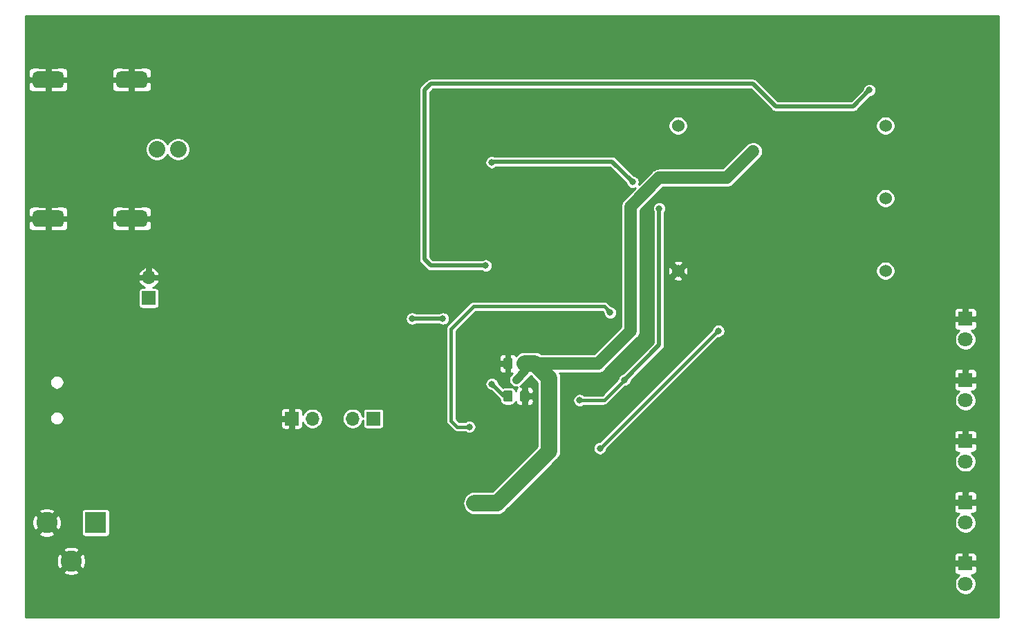
<source format=gbr>
%TF.GenerationSoftware,KiCad,Pcbnew,(5.1.9)-1*%
%TF.CreationDate,2021-11-11T08:41:06-06:00*%
%TF.ProjectId,simple-gpsdo,73696d70-6c65-42d6-9770-73646f2e6b69,E*%
%TF.SameCoordinates,Original*%
%TF.FileFunction,Copper,L2,Bot*%
%TF.FilePolarity,Positive*%
%FSLAX46Y46*%
G04 Gerber Fmt 4.6, Leading zero omitted, Abs format (unit mm)*
G04 Created by KiCad (PCBNEW (5.1.9)-1) date 2021-11-11 08:41:06*
%MOMM*%
%LPD*%
G01*
G04 APERTURE LIST*
%TA.AperFunction,ComponentPad*%
%ADD10C,1.524000*%
%TD*%
%TA.AperFunction,ComponentPad*%
%ADD11R,2.600000X2.600000*%
%TD*%
%TA.AperFunction,ComponentPad*%
%ADD12C,2.600000*%
%TD*%
%TA.AperFunction,ComponentPad*%
%ADD13C,2.032000*%
%TD*%
%TA.AperFunction,ComponentPad*%
%ADD14R,1.700000X1.700000*%
%TD*%
%TA.AperFunction,ComponentPad*%
%ADD15O,1.700000X1.700000*%
%TD*%
%TA.AperFunction,ComponentPad*%
%ADD16R,1.800000X1.800000*%
%TD*%
%TA.AperFunction,ComponentPad*%
%ADD17C,1.800000*%
%TD*%
%TA.AperFunction,ViaPad*%
%ADD18C,0.800000*%
%TD*%
%TA.AperFunction,ViaPad*%
%ADD19C,1.500000*%
%TD*%
%TA.AperFunction,Conductor*%
%ADD20C,0.500000*%
%TD*%
%TA.AperFunction,Conductor*%
%ADD21C,0.400000*%
%TD*%
%TA.AperFunction,Conductor*%
%ADD22C,2.000000*%
%TD*%
%TA.AperFunction,Conductor*%
%ADD23C,1.000000*%
%TD*%
%TA.AperFunction,Conductor*%
%ADD24C,1.500000*%
%TD*%
%TA.AperFunction,Conductor*%
%ADD25C,0.254000*%
%TD*%
%TA.AperFunction,Conductor*%
%ADD26C,0.100000*%
%TD*%
G04 APERTURE END LIST*
D10*
%TO.P,Y2,1*%
%TO.N,Net-(C26-Pad2)*%
X180200000Y-106640000D03*
%TO.P,Y2,2*%
%TO.N,Net-(Y2-Pad2)*%
X180200000Y-97750000D03*
%TO.P,Y2,3*%
%TO.N,Net-(FB2-Pad2)*%
X180200000Y-88860000D03*
%TO.P,Y2,4*%
%TO.N,Net-(R10-Pad2)*%
X154800000Y-88860000D03*
%TO.P,Y2,5*%
%TO.N,GND*%
X154800000Y-106640000D03*
%TD*%
%TO.P,C4,1*%
%TO.N,GND*%
%TA.AperFunction,SMDPad,CuDef*%
G36*
G01*
X136600000Y-121549999D02*
X136600000Y-122450001D01*
G75*
G02*
X136350001Y-122700000I-249999J0D01*
G01*
X135699999Y-122700000D01*
G75*
G02*
X135450000Y-122450001I0J249999D01*
G01*
X135450000Y-121549999D01*
G75*
G02*
X135699999Y-121300000I249999J0D01*
G01*
X136350001Y-121300000D01*
G75*
G02*
X136600000Y-121549999I0J-249999D01*
G01*
G37*
%TD.AperFunction*%
%TO.P,C4,2*%
%TO.N,Net-(C4-Pad2)*%
%TA.AperFunction,SMDPad,CuDef*%
G36*
G01*
X134550000Y-121549999D02*
X134550000Y-122450001D01*
G75*
G02*
X134300001Y-122700000I-249999J0D01*
G01*
X133649999Y-122700000D01*
G75*
G02*
X133400000Y-122450001I0J249999D01*
G01*
X133400000Y-121549999D01*
G75*
G02*
X133649999Y-121300000I249999J0D01*
G01*
X134300001Y-121300000D01*
G75*
G02*
X134550000Y-121549999I0J-249999D01*
G01*
G37*
%TD.AperFunction*%
%TD*%
%TO.P,C6,2*%
%TO.N,+5V*%
%TA.AperFunction,SMDPad,CuDef*%
G36*
G01*
X135450000Y-118450001D02*
X135450000Y-117549999D01*
G75*
G02*
X135699999Y-117300000I249999J0D01*
G01*
X136350001Y-117300000D01*
G75*
G02*
X136600000Y-117549999I0J-249999D01*
G01*
X136600000Y-118450001D01*
G75*
G02*
X136350001Y-118700000I-249999J0D01*
G01*
X135699999Y-118700000D01*
G75*
G02*
X135450000Y-118450001I0J249999D01*
G01*
G37*
%TD.AperFunction*%
%TO.P,C6,1*%
%TO.N,GND*%
%TA.AperFunction,SMDPad,CuDef*%
G36*
G01*
X133400000Y-118450001D02*
X133400000Y-117549999D01*
G75*
G02*
X133649999Y-117300000I249999J0D01*
G01*
X134300001Y-117300000D01*
G75*
G02*
X134550000Y-117549999I0J-249999D01*
G01*
X134550000Y-118450001D01*
G75*
G02*
X134300001Y-118700000I-249999J0D01*
G01*
X133649999Y-118700000D01*
G75*
G02*
X133400000Y-118450001I0J249999D01*
G01*
G37*
%TD.AperFunction*%
%TD*%
D11*
%TO.P,J2,1*%
%TO.N,Net-(F1-Pad2)*%
X83500000Y-137500000D03*
D12*
%TO.P,J2,2*%
%TO.N,GND*%
X77500000Y-137500000D03*
%TO.P,J2,3*%
X80500000Y-142200000D03*
%TD*%
D13*
%TO.P,J8,2*%
%TO.N,Net-(C18-Pad2)*%
X91000000Y-91750000D03*
%TO.P,J8,1*%
%TO.N,Net-(C19-Pad1)*%
X93590800Y-91750000D03*
%TO.P,J8,3*%
%TO.N,GND*%
%TA.AperFunction,ComponentPad*%
G36*
G01*
X86504200Y-99243000D02*
X89298200Y-99243000D01*
G75*
G02*
X89806200Y-99751000I0J-508000D01*
G01*
X89806200Y-100767000D01*
G75*
G02*
X89298200Y-101275000I-508000J0D01*
G01*
X86504200Y-101275000D01*
G75*
G02*
X85996200Y-100767000I0J508000D01*
G01*
X85996200Y-99751000D01*
G75*
G02*
X86504200Y-99243000I508000J0D01*
G01*
G37*
%TD.AperFunction*%
%TA.AperFunction,ComponentPad*%
G36*
G01*
X86504200Y-82225000D02*
X89298200Y-82225000D01*
G75*
G02*
X89806200Y-82733000I0J-508000D01*
G01*
X89806200Y-83749000D01*
G75*
G02*
X89298200Y-84257000I-508000J0D01*
G01*
X86504200Y-84257000D01*
G75*
G02*
X85996200Y-83749000I0J508000D01*
G01*
X85996200Y-82733000D01*
G75*
G02*
X86504200Y-82225000I508000J0D01*
G01*
G37*
%TD.AperFunction*%
%TA.AperFunction,ComponentPad*%
G36*
G01*
X76293400Y-99243000D02*
X79087400Y-99243000D01*
G75*
G02*
X79595400Y-99751000I0J-508000D01*
G01*
X79595400Y-100767000D01*
G75*
G02*
X79087400Y-101275000I-508000J0D01*
G01*
X76293400Y-101275000D01*
G75*
G02*
X75785400Y-100767000I0J508000D01*
G01*
X75785400Y-99751000D01*
G75*
G02*
X76293400Y-99243000I508000J0D01*
G01*
G37*
%TD.AperFunction*%
%TA.AperFunction,ComponentPad*%
G36*
G01*
X76293400Y-82225000D02*
X79087400Y-82225000D01*
G75*
G02*
X79595400Y-82733000I0J-508000D01*
G01*
X79595400Y-83749000D01*
G75*
G02*
X79087400Y-84257000I-508000J0D01*
G01*
X76293400Y-84257000D01*
G75*
G02*
X75785400Y-83749000I0J508000D01*
G01*
X75785400Y-82733000D01*
G75*
G02*
X76293400Y-82225000I508000J0D01*
G01*
G37*
%TD.AperFunction*%
%TD*%
D14*
%TO.P,JP2,1*%
%TO.N,Net-(C25-Pad1)*%
X117500000Y-124750000D03*
D15*
%TO.P,JP2,2*%
%TO.N,~RST*%
X114960000Y-124750000D03*
%TD*%
D14*
%TO.P,J1,1*%
%TO.N,GPS_PPS*%
X90000000Y-110000000D03*
D15*
%TO.P,J1,2*%
%TO.N,GND*%
X90000000Y-107460000D03*
%TD*%
D14*
%TO.P,SW1,1*%
%TO.N,GND*%
X107500000Y-124750000D03*
D15*
%TO.P,SW1,2*%
%TO.N,~RST*%
X110040000Y-124750000D03*
%TD*%
D16*
%TO.P,D2,1*%
%TO.N,GND*%
X190000000Y-135000000D03*
D17*
%TO.P,D2,2*%
%TO.N,Net-(D2-Pad2)*%
X190000000Y-137500000D03*
%TD*%
%TO.P,D3,2*%
%TO.N,Net-(D3-Pad2)*%
X190000000Y-122500000D03*
D16*
%TO.P,D3,1*%
%TO.N,GND*%
X190000000Y-120000000D03*
%TD*%
D17*
%TO.P,D4,2*%
%TO.N,Net-(D4-Pad2)*%
X190000000Y-145000000D03*
D16*
%TO.P,D4,1*%
%TO.N,GND*%
X190000000Y-142500000D03*
%TD*%
%TO.P,D5,1*%
%TO.N,GND*%
X190000000Y-127500000D03*
D17*
%TO.P,D5,2*%
%TO.N,Net-(D5-Pad2)*%
X190000000Y-130000000D03*
%TD*%
D16*
%TO.P,D6,1*%
%TO.N,GND*%
X190000000Y-112540000D03*
D17*
%TO.P,D6,2*%
%TO.N,Net-(D6-Pad2)*%
X190000000Y-115040000D03*
%TD*%
D18*
%TO.N,GND*%
X131800000Y-139400000D03*
X106750000Y-144000000D03*
X108000000Y-144000000D03*
X109250000Y-144000000D03*
X110500000Y-144000000D03*
X111750000Y-144000000D03*
X113000000Y-144000000D03*
X114250000Y-144000000D03*
X114250000Y-142750000D03*
X114250000Y-141500000D03*
X76500000Y-76250000D03*
X78000000Y-76250000D03*
X79500000Y-76250000D03*
X81000000Y-76250000D03*
X82500000Y-76250000D03*
X88500000Y-76250000D03*
X85500000Y-76250000D03*
X87000000Y-76250000D03*
X84000000Y-76250000D03*
X90000000Y-76250000D03*
X94500000Y-76250000D03*
X91500000Y-76250000D03*
X93000000Y-76250000D03*
X96000000Y-76250000D03*
X100500000Y-76250000D03*
X102000000Y-76250000D03*
X97500000Y-76250000D03*
X99000000Y-76250000D03*
X103500000Y-76250000D03*
X109500000Y-76250000D03*
X106500000Y-76250000D03*
X130500000Y-76250000D03*
X124500000Y-76250000D03*
X121500000Y-76250000D03*
X108000000Y-76250000D03*
X129000000Y-76250000D03*
X132000000Y-76250000D03*
X105000000Y-76250000D03*
X120000000Y-76250000D03*
X111000000Y-76250000D03*
X123000000Y-76250000D03*
X126000000Y-76250000D03*
X127500000Y-76250000D03*
X115500000Y-76250000D03*
X117000000Y-76250000D03*
X112500000Y-76250000D03*
X114000000Y-76250000D03*
X118500000Y-76250000D03*
X138000000Y-76250000D03*
X135000000Y-76250000D03*
X159000000Y-76250000D03*
X153000000Y-76250000D03*
X150000000Y-76250000D03*
X136500000Y-76250000D03*
X157500000Y-76250000D03*
X160500000Y-76250000D03*
X133500000Y-76250000D03*
X148500000Y-76250000D03*
X139500000Y-76250000D03*
X151500000Y-76250000D03*
X154500000Y-76250000D03*
X156000000Y-76250000D03*
X163500000Y-76250000D03*
X162000000Y-76250000D03*
X180000000Y-76250000D03*
X171000000Y-76250000D03*
X178500000Y-76250000D03*
X174000000Y-76250000D03*
X181500000Y-76250000D03*
X187500000Y-76250000D03*
X183000000Y-76250000D03*
X172500000Y-76250000D03*
X184500000Y-76250000D03*
X168000000Y-76250000D03*
X177000000Y-76250000D03*
X169500000Y-76250000D03*
X189000000Y-76250000D03*
X175500000Y-76250000D03*
X186000000Y-76250000D03*
X166500000Y-76250000D03*
X165000000Y-76250000D03*
X144000000Y-76250000D03*
X145500000Y-76250000D03*
X141000000Y-76250000D03*
X142500000Y-76250000D03*
X147000000Y-76250000D03*
X190500000Y-76250000D03*
X192000000Y-76250000D03*
X193500000Y-76250000D03*
X80750000Y-148250000D03*
X77750000Y-148250000D03*
X101750000Y-148250000D03*
X95750000Y-148250000D03*
X92750000Y-148250000D03*
X79250000Y-148250000D03*
X100250000Y-148250000D03*
X103250000Y-148250000D03*
X76250000Y-148250000D03*
X91250000Y-148250000D03*
X82250000Y-148250000D03*
X94250000Y-148250000D03*
X97250000Y-148250000D03*
X98750000Y-148250000D03*
X106250000Y-148250000D03*
X104750000Y-148250000D03*
X122750000Y-148250000D03*
X113750000Y-148250000D03*
X121250000Y-148250000D03*
X116750000Y-148250000D03*
X124250000Y-148250000D03*
X130250000Y-148250000D03*
X125750000Y-148250000D03*
X115250000Y-148250000D03*
X127250000Y-148250000D03*
X110750000Y-148250000D03*
X119750000Y-148250000D03*
X112250000Y-148250000D03*
X131750000Y-148250000D03*
X118250000Y-148250000D03*
X128750000Y-148250000D03*
X109250000Y-148250000D03*
X107750000Y-148250000D03*
X86750000Y-148250000D03*
X88250000Y-148250000D03*
X83750000Y-148250000D03*
X85250000Y-148250000D03*
X89750000Y-148250000D03*
X161750000Y-148250000D03*
X163250000Y-148250000D03*
X158750000Y-148250000D03*
X149750000Y-148250000D03*
X157250000Y-148250000D03*
X179750000Y-148250000D03*
X167750000Y-148250000D03*
X182750000Y-148250000D03*
X178250000Y-148250000D03*
X187250000Y-148250000D03*
X188750000Y-148250000D03*
X175250000Y-148250000D03*
X166250000Y-148250000D03*
X185750000Y-148250000D03*
X164750000Y-148250000D03*
X143750000Y-148250000D03*
X140750000Y-148250000D03*
X170750000Y-148250000D03*
X184250000Y-148250000D03*
X151250000Y-148250000D03*
X142250000Y-148250000D03*
X160250000Y-148250000D03*
X155750000Y-148250000D03*
X173750000Y-148250000D03*
X146750000Y-148250000D03*
X145250000Y-148250000D03*
X139250000Y-148250000D03*
X154250000Y-148250000D03*
X181250000Y-148250000D03*
X172250000Y-148250000D03*
X176750000Y-148250000D03*
X169250000Y-148250000D03*
X152750000Y-148250000D03*
X136250000Y-148250000D03*
X137750000Y-148250000D03*
X134750000Y-148250000D03*
X133250000Y-148250000D03*
X148250000Y-148250000D03*
X191750000Y-148250000D03*
X190250000Y-148250000D03*
X193250000Y-148250000D03*
X144500000Y-92250000D03*
X145750000Y-92250000D03*
X147000000Y-92250000D03*
X136250000Y-89250000D03*
X136250000Y-90500000D03*
X136250000Y-91750000D03*
X125500000Y-92250000D03*
X127000000Y-92250000D03*
X128500000Y-92250000D03*
X125250000Y-84750000D03*
X126500000Y-84750000D03*
X127750000Y-84750000D03*
X129000000Y-84750000D03*
X130250000Y-84750000D03*
X131500000Y-84750000D03*
X132750000Y-84750000D03*
X134000000Y-84750000D03*
X135250000Y-84750000D03*
X136500000Y-84750000D03*
X137750000Y-84750000D03*
X139000000Y-84750000D03*
X140250000Y-84750000D03*
X141500000Y-84750000D03*
X142750000Y-84750000D03*
X144000000Y-84750000D03*
X148250000Y-84750000D03*
X149500000Y-84750000D03*
X150750000Y-84750000D03*
X152000000Y-84750000D03*
X153250000Y-85250000D03*
X154250000Y-86250000D03*
X155250000Y-87250000D03*
X148250000Y-87250000D03*
X149500000Y-87250000D03*
X150750000Y-87250000D03*
X152000000Y-88000000D03*
X152750000Y-89000000D03*
X153500000Y-90250000D03*
X154750000Y-90750000D03*
X156000000Y-90500000D03*
X156750000Y-89500000D03*
X156500000Y-88250000D03*
X144000000Y-87250000D03*
X142750000Y-87250000D03*
X141500000Y-87250000D03*
X140250000Y-87250000D03*
X139000000Y-87250000D03*
X137750000Y-87250000D03*
X136500000Y-87250000D03*
X135250000Y-87250000D03*
X134000000Y-87250000D03*
X132750000Y-87250000D03*
X131500000Y-87250000D03*
X130250000Y-87250000D03*
X129000000Y-87250000D03*
X127750000Y-87250000D03*
X126500000Y-87250000D03*
X125250000Y-87250000D03*
X136000000Y-98000000D03*
X130750000Y-100250000D03*
X130750000Y-99000000D03*
X130750000Y-97750000D03*
X129500000Y-100250000D03*
X125750000Y-100250000D03*
X135500000Y-100250000D03*
X141750000Y-98250000D03*
X143000000Y-98250000D03*
X141750000Y-99500000D03*
X141750000Y-100750000D03*
X141750000Y-102000000D03*
X141750000Y-103250000D03*
X141750000Y-104500000D03*
X141750000Y-105750000D03*
X141750000Y-107000000D03*
X141750000Y-108250000D03*
X141750000Y-109500000D03*
X139750000Y-102000000D03*
X139750000Y-103250000D03*
X139750000Y-104500000D03*
X139750000Y-105750000D03*
X139750000Y-107000000D03*
X139750000Y-108250000D03*
X139750000Y-109500000D03*
X139750000Y-112000000D03*
X141750000Y-112000000D03*
X141750000Y-113250000D03*
X141750000Y-114500000D03*
X131000000Y-118750000D03*
X131000000Y-121250000D03*
X131000000Y-122500000D03*
X131000000Y-123750000D03*
X133750000Y-124000000D03*
X135000000Y-124000000D03*
X136250000Y-124000000D03*
X133750000Y-116000000D03*
X135000000Y-116000000D03*
X136250000Y-116000000D03*
X137500000Y-116000000D03*
X139750000Y-100750000D03*
X135500000Y-96750000D03*
X137000000Y-99000000D03*
X113000000Y-142750000D03*
X111750000Y-142750000D03*
X115500000Y-142750000D03*
X115500000Y-141500000D03*
X99750000Y-137000000D03*
X98500000Y-137000000D03*
X87750000Y-144250000D03*
X89000000Y-144250000D03*
X90250000Y-144250000D03*
X91500000Y-144250000D03*
X92750000Y-144250000D03*
X142500000Y-135500000D03*
X141500000Y-135500000D03*
X140500000Y-135500000D03*
X132400000Y-140400000D03*
X133000000Y-139400000D03*
X133600000Y-140400000D03*
X134200000Y-139400000D03*
X130600000Y-139400000D03*
X131200000Y-140400000D03*
X129400000Y-139400000D03*
X130000000Y-140400000D03*
X131800000Y-141400000D03*
X130000000Y-142400000D03*
X133000000Y-141400000D03*
X129400000Y-141400000D03*
X130600000Y-141400000D03*
X134200000Y-141400000D03*
X131200000Y-142400000D03*
X132400000Y-142400000D03*
X133600000Y-142400000D03*
X131800000Y-143300000D03*
X133000000Y-143300000D03*
X129400000Y-143300000D03*
X130600000Y-143300000D03*
X134200000Y-143300000D03*
X141300000Y-129600000D03*
X141300000Y-130800000D03*
X141300000Y-132000000D03*
X142300000Y-131400000D03*
X142300000Y-130200000D03*
X143200000Y-129600000D03*
X143200000Y-130800000D03*
X143200000Y-132000000D03*
X130500000Y-128400000D03*
X129400000Y-128400000D03*
X129000000Y-129400000D03*
X129000000Y-130500000D03*
X132500000Y-116000000D03*
X142750000Y-125250000D03*
X142750000Y-124000000D03*
X144000000Y-125250000D03*
X144000000Y-124000000D03*
X145250000Y-125250000D03*
X145250000Y-124000000D03*
X146500000Y-124000000D03*
X104250000Y-88000000D03*
X105500000Y-88000000D03*
X106750000Y-88000000D03*
X108000000Y-88000000D03*
X109250000Y-88000000D03*
X110500000Y-88000000D03*
X110500000Y-86750000D03*
X104250000Y-84500000D03*
X105500000Y-84500000D03*
X103000000Y-84500000D03*
X104250000Y-91750000D03*
X105500000Y-91750000D03*
X100000000Y-88000000D03*
X98750000Y-88000000D03*
X98750000Y-84500000D03*
X96250000Y-84500000D03*
X95500000Y-85500000D03*
X94250000Y-86000000D03*
X93000000Y-86000000D03*
X91750000Y-86250000D03*
X90750000Y-87250000D03*
X89750000Y-88250000D03*
X89500000Y-89500000D03*
X89500000Y-90750000D03*
X92250000Y-90250000D03*
X92750000Y-89000000D03*
X95250000Y-90750000D03*
X89000000Y-92000000D03*
X89250000Y-93250000D03*
X90500000Y-93750000D03*
X91750000Y-93750000D03*
X93000000Y-93750000D03*
X94250000Y-93750000D03*
X95500000Y-93250000D03*
X95750000Y-92000000D03*
X98000000Y-92000000D03*
X110500000Y-89250000D03*
X111750000Y-89250000D03*
X113000000Y-89250000D03*
X110500000Y-90500000D03*
X110500000Y-91750000D03*
X110500000Y-83750000D03*
X109250000Y-83750000D03*
X114500000Y-83750000D03*
X115500000Y-84500000D03*
X119500000Y-83750000D03*
X122500000Y-84750000D03*
X121000000Y-83750000D03*
X119500000Y-86500000D03*
X120750000Y-87000000D03*
X122500000Y-87250000D03*
X119500000Y-87750000D03*
X118750000Y-89000000D03*
X117250000Y-89000000D03*
X117750000Y-90250000D03*
X119500000Y-82250000D03*
X118000000Y-82250000D03*
X116500000Y-82250000D03*
X110500000Y-82250000D03*
X112000000Y-82250000D03*
X113500000Y-82250000D03*
X111750000Y-90500000D03*
X111750000Y-91750000D03*
X104250000Y-93250000D03*
X105500000Y-93250000D03*
X106750000Y-93250000D03*
X108000000Y-93250000D03*
X109250000Y-93250000D03*
X110500000Y-93250000D03*
X98500000Y-93250000D03*
X96750000Y-91250000D03*
X97500000Y-84500000D03*
X97500000Y-88250000D03*
%TO.N,GPS_PPS*%
X148250000Y-120000000D03*
X152500000Y-99000000D03*
X149250000Y-95750000D03*
X132000000Y-93350000D03*
X142750000Y-122500000D03*
%TO.N,Net-(C4-Pad2)*%
X132000000Y-120500000D03*
%TO.N,/PWM_D3*%
X145250000Y-128400010D03*
X159750000Y-114000000D03*
%TO.N,/PWM_D11*%
X146500000Y-111750000D03*
X129250000Y-125750000D03*
%TO.N,/ADC2*%
X131250000Y-106000000D03*
X178250000Y-84500000D03*
D19*
%TO.N,+5V*%
X129900000Y-135100000D03*
D18*
X135000000Y-120000000D03*
X122250000Y-112500000D03*
X126000000Y-112500000D03*
D19*
X164000000Y-92000000D03*
X149000000Y-98750000D03*
%TD*%
D20*
%TO.N,GPS_PPS*%
X148250000Y-120000000D02*
X152500000Y-115750000D01*
X152500000Y-115750000D02*
X152500000Y-99000000D01*
X149250000Y-95750000D02*
X146750000Y-93250000D01*
X132100000Y-93250000D02*
X132000000Y-93350000D01*
X146750000Y-93250000D02*
X132100000Y-93250000D01*
D21*
X148250000Y-120000000D02*
X145750000Y-122500000D01*
X145750000Y-122500000D02*
X142750000Y-122500000D01*
D20*
%TO.N,Net-(C4-Pad2)*%
X133500000Y-122000000D02*
X132000000Y-120500000D01*
X133975000Y-122000000D02*
X133500000Y-122000000D01*
D21*
%TO.N,/PWM_D3*%
X159650010Y-114000000D02*
X159750000Y-114000000D01*
X145250000Y-128400010D02*
X159650010Y-114000000D01*
%TO.N,/PWM_D11*%
X146500000Y-111750000D02*
X145750000Y-111000000D01*
X145750000Y-111000000D02*
X129750000Y-111000000D01*
X129750000Y-111000000D02*
X127000000Y-113750000D01*
X127000000Y-113750000D02*
X127000000Y-125000000D01*
X127750000Y-125750000D02*
X129250000Y-125750000D01*
X127000000Y-125000000D02*
X127750000Y-125750000D01*
D20*
%TO.N,/ADC2*%
X131250000Y-106000000D02*
X124500000Y-106000000D01*
X124500000Y-106000000D02*
X123750000Y-105250000D01*
X123750000Y-105250000D02*
X123750000Y-84500000D01*
X123750000Y-84500000D02*
X124500000Y-83750000D01*
X124500000Y-83750000D02*
X164000000Y-83750000D01*
X164000000Y-83750000D02*
X166750000Y-86500000D01*
X176250000Y-86500000D02*
X178250000Y-84500000D01*
X166750000Y-86500000D02*
X176250000Y-86500000D01*
D22*
%TO.N,+5V*%
X129900000Y-135100000D02*
X132650000Y-135100000D01*
X132650000Y-135100000D02*
X139000000Y-128750000D01*
X139000000Y-128750000D02*
X139000000Y-119750000D01*
X137250000Y-118000000D02*
X136025000Y-118000000D01*
X139000000Y-119750000D02*
X137250000Y-118000000D01*
D23*
X136025000Y-118975000D02*
X135000000Y-120000000D01*
X136025000Y-118000000D02*
X136025000Y-118975000D01*
D20*
X122250000Y-112500000D02*
X126000000Y-112500000D01*
D24*
X136025000Y-118000000D02*
X145000000Y-118000000D01*
X145000000Y-118000000D02*
X149000000Y-114000000D01*
X149000000Y-114000000D02*
X149000000Y-98750000D01*
X149000000Y-98750000D02*
X152500000Y-95250000D01*
X152500000Y-95250000D02*
X160750000Y-95250000D01*
X160750000Y-95250000D02*
X164000000Y-92000000D01*
X164000000Y-92000000D02*
X164000000Y-92000000D01*
X149000000Y-98750000D02*
X149000000Y-98750000D01*
%TD*%
D25*
%TO.N,GND*%
X194048001Y-149048000D02*
X74952000Y-149048000D01*
X74952000Y-143554018D01*
X79496707Y-143554018D01*
X79646352Y-143796868D01*
X79974289Y-143932723D01*
X80322428Y-144001990D01*
X80677390Y-144002008D01*
X81025537Y-143932776D01*
X81353486Y-143796954D01*
X81353648Y-143796868D01*
X81503293Y-143554018D01*
X81349275Y-143400000D01*
X188595571Y-143400000D01*
X188605263Y-143498409D01*
X188633968Y-143593037D01*
X188680583Y-143680246D01*
X188743315Y-143756685D01*
X188819754Y-143819417D01*
X188906963Y-143866032D01*
X189001591Y-143894737D01*
X189100000Y-143904429D01*
X189252152Y-143903727D01*
X189154087Y-143969252D01*
X188969252Y-144154087D01*
X188824028Y-144371430D01*
X188723996Y-144612928D01*
X188673000Y-144869302D01*
X188673000Y-145130698D01*
X188723996Y-145387072D01*
X188824028Y-145628570D01*
X188969252Y-145845913D01*
X189154087Y-146030748D01*
X189371430Y-146175972D01*
X189612928Y-146276004D01*
X189869302Y-146327000D01*
X190130698Y-146327000D01*
X190387072Y-146276004D01*
X190628570Y-146175972D01*
X190845913Y-146030748D01*
X191030748Y-145845913D01*
X191175972Y-145628570D01*
X191276004Y-145387072D01*
X191327000Y-145130698D01*
X191327000Y-144869302D01*
X191276004Y-144612928D01*
X191175972Y-144371430D01*
X191030748Y-144154087D01*
X190845913Y-143969252D01*
X190747848Y-143903727D01*
X190900000Y-143904429D01*
X190998409Y-143894737D01*
X191093037Y-143866032D01*
X191180246Y-143819417D01*
X191256685Y-143756685D01*
X191319417Y-143680246D01*
X191366032Y-143593037D01*
X191394737Y-143498409D01*
X191404429Y-143400000D01*
X191402000Y-142873500D01*
X191276500Y-142748000D01*
X190248000Y-142748000D01*
X190248000Y-142768000D01*
X189752000Y-142768000D01*
X189752000Y-142748000D01*
X188723500Y-142748000D01*
X188598000Y-142873500D01*
X188595571Y-143400000D01*
X81349275Y-143400000D01*
X80500000Y-142550725D01*
X79496707Y-143554018D01*
X74952000Y-143554018D01*
X74952000Y-142377390D01*
X78697992Y-142377390D01*
X78767224Y-142725537D01*
X78903046Y-143053486D01*
X78903132Y-143053648D01*
X79145982Y-143203293D01*
X80149275Y-142200000D01*
X80850725Y-142200000D01*
X81854018Y-143203293D01*
X82096868Y-143053648D01*
X82232723Y-142725711D01*
X82301990Y-142377572D01*
X82302008Y-142022610D01*
X82232776Y-141674463D01*
X82201937Y-141600000D01*
X188595571Y-141600000D01*
X188598000Y-142126500D01*
X188723500Y-142252000D01*
X189752000Y-142252000D01*
X189752000Y-141223500D01*
X190248000Y-141223500D01*
X190248000Y-142252000D01*
X191276500Y-142252000D01*
X191402000Y-142126500D01*
X191404429Y-141600000D01*
X191394737Y-141501591D01*
X191366032Y-141406963D01*
X191319417Y-141319754D01*
X191256685Y-141243315D01*
X191180246Y-141180583D01*
X191093037Y-141133968D01*
X190998409Y-141105263D01*
X190900000Y-141095571D01*
X190373500Y-141098000D01*
X190248000Y-141223500D01*
X189752000Y-141223500D01*
X189626500Y-141098000D01*
X189100000Y-141095571D01*
X189001591Y-141105263D01*
X188906963Y-141133968D01*
X188819754Y-141180583D01*
X188743315Y-141243315D01*
X188680583Y-141319754D01*
X188633968Y-141406963D01*
X188605263Y-141501591D01*
X188595571Y-141600000D01*
X82201937Y-141600000D01*
X82096954Y-141346514D01*
X82096868Y-141346352D01*
X81854018Y-141196707D01*
X80850725Y-142200000D01*
X80149275Y-142200000D01*
X79145982Y-141196707D01*
X78903132Y-141346352D01*
X78767277Y-141674289D01*
X78698010Y-142022428D01*
X78697992Y-142377390D01*
X74952000Y-142377390D01*
X74952000Y-140845982D01*
X79496707Y-140845982D01*
X80500000Y-141849275D01*
X81503293Y-140845982D01*
X81353648Y-140603132D01*
X81025711Y-140467277D01*
X80677572Y-140398010D01*
X80322610Y-140397992D01*
X79974463Y-140467224D01*
X79646514Y-140603046D01*
X79646352Y-140603132D01*
X79496707Y-140845982D01*
X74952000Y-140845982D01*
X74952000Y-138854018D01*
X76496707Y-138854018D01*
X76646352Y-139096868D01*
X76974289Y-139232723D01*
X77322428Y-139301990D01*
X77677390Y-139302008D01*
X78025537Y-139232776D01*
X78353486Y-139096954D01*
X78353648Y-139096868D01*
X78503293Y-138854018D01*
X77500000Y-137850725D01*
X76496707Y-138854018D01*
X74952000Y-138854018D01*
X74952000Y-137677390D01*
X75697992Y-137677390D01*
X75767224Y-138025537D01*
X75903046Y-138353486D01*
X75903132Y-138353648D01*
X76145982Y-138503293D01*
X77149275Y-137500000D01*
X77850725Y-137500000D01*
X78854018Y-138503293D01*
X79096868Y-138353648D01*
X79232723Y-138025711D01*
X79301990Y-137677572D01*
X79302008Y-137322610D01*
X79232776Y-136974463D01*
X79096954Y-136646514D01*
X79096868Y-136646352D01*
X78854018Y-136496707D01*
X77850725Y-137500000D01*
X77149275Y-137500000D01*
X76145982Y-136496707D01*
X75903132Y-136646352D01*
X75767277Y-136974289D01*
X75698010Y-137322428D01*
X75697992Y-137677390D01*
X74952000Y-137677390D01*
X74952000Y-136145982D01*
X76496707Y-136145982D01*
X77500000Y-137149275D01*
X78449275Y-136200000D01*
X81770934Y-136200000D01*
X81770934Y-138800000D01*
X81779178Y-138883707D01*
X81803595Y-138964196D01*
X81843245Y-139038376D01*
X81896605Y-139103395D01*
X81961624Y-139156755D01*
X82035804Y-139196405D01*
X82116293Y-139220822D01*
X82200000Y-139229066D01*
X84800000Y-139229066D01*
X84883707Y-139220822D01*
X84964196Y-139196405D01*
X85038376Y-139156755D01*
X85103395Y-139103395D01*
X85156755Y-139038376D01*
X85196405Y-138964196D01*
X85220822Y-138883707D01*
X85229066Y-138800000D01*
X85229066Y-136200000D01*
X85220822Y-136116293D01*
X85196405Y-136035804D01*
X85156755Y-135961624D01*
X85103395Y-135896605D01*
X85038376Y-135843245D01*
X84964196Y-135803595D01*
X84883707Y-135779178D01*
X84800000Y-135770934D01*
X82200000Y-135770934D01*
X82116293Y-135779178D01*
X82035804Y-135803595D01*
X81961624Y-135843245D01*
X81896605Y-135896605D01*
X81843245Y-135961624D01*
X81803595Y-136035804D01*
X81779178Y-136116293D01*
X81770934Y-136200000D01*
X78449275Y-136200000D01*
X78503293Y-136145982D01*
X78353648Y-135903132D01*
X78025711Y-135767277D01*
X77677572Y-135698010D01*
X77322610Y-135697992D01*
X76974463Y-135767224D01*
X76646514Y-135903046D01*
X76646352Y-135903132D01*
X76496707Y-136145982D01*
X74952000Y-136145982D01*
X74952000Y-135100000D01*
X128466096Y-135100000D01*
X128493648Y-135379741D01*
X128575245Y-135648731D01*
X128707752Y-135896634D01*
X128886077Y-136113923D01*
X129103366Y-136292248D01*
X129351269Y-136424755D01*
X129620259Y-136506352D01*
X129829902Y-136527000D01*
X132579912Y-136527000D01*
X132650000Y-136533903D01*
X132720088Y-136527000D01*
X132720098Y-136527000D01*
X132929741Y-136506352D01*
X133198731Y-136424755D01*
X133446634Y-136292248D01*
X133663923Y-136113923D01*
X133708609Y-136059473D01*
X133868082Y-135900000D01*
X188595571Y-135900000D01*
X188605263Y-135998409D01*
X188633968Y-136093037D01*
X188680583Y-136180246D01*
X188743315Y-136256685D01*
X188819754Y-136319417D01*
X188906963Y-136366032D01*
X189001591Y-136394737D01*
X189100000Y-136404429D01*
X189252152Y-136403727D01*
X189154087Y-136469252D01*
X188969252Y-136654087D01*
X188824028Y-136871430D01*
X188723996Y-137112928D01*
X188673000Y-137369302D01*
X188673000Y-137630698D01*
X188723996Y-137887072D01*
X188824028Y-138128570D01*
X188969252Y-138345913D01*
X189154087Y-138530748D01*
X189371430Y-138675972D01*
X189612928Y-138776004D01*
X189869302Y-138827000D01*
X190130698Y-138827000D01*
X190387072Y-138776004D01*
X190628570Y-138675972D01*
X190845913Y-138530748D01*
X191030748Y-138345913D01*
X191175972Y-138128570D01*
X191276004Y-137887072D01*
X191327000Y-137630698D01*
X191327000Y-137369302D01*
X191276004Y-137112928D01*
X191175972Y-136871430D01*
X191030748Y-136654087D01*
X190845913Y-136469252D01*
X190747848Y-136403727D01*
X190900000Y-136404429D01*
X190998409Y-136394737D01*
X191093037Y-136366032D01*
X191180246Y-136319417D01*
X191256685Y-136256685D01*
X191319417Y-136180246D01*
X191366032Y-136093037D01*
X191394737Y-135998409D01*
X191404429Y-135900000D01*
X191402000Y-135373500D01*
X191276500Y-135248000D01*
X190248000Y-135248000D01*
X190248000Y-135268000D01*
X189752000Y-135268000D01*
X189752000Y-135248000D01*
X188723500Y-135248000D01*
X188598000Y-135373500D01*
X188595571Y-135900000D01*
X133868082Y-135900000D01*
X135668082Y-134100000D01*
X188595571Y-134100000D01*
X188598000Y-134626500D01*
X188723500Y-134752000D01*
X189752000Y-134752000D01*
X189752000Y-133723500D01*
X190248000Y-133723500D01*
X190248000Y-134752000D01*
X191276500Y-134752000D01*
X191402000Y-134626500D01*
X191404429Y-134100000D01*
X191394737Y-134001591D01*
X191366032Y-133906963D01*
X191319417Y-133819754D01*
X191256685Y-133743315D01*
X191180246Y-133680583D01*
X191093037Y-133633968D01*
X190998409Y-133605263D01*
X190900000Y-133595571D01*
X190373500Y-133598000D01*
X190248000Y-133723500D01*
X189752000Y-133723500D01*
X189626500Y-133598000D01*
X189100000Y-133595571D01*
X189001591Y-133605263D01*
X188906963Y-133633968D01*
X188819754Y-133680583D01*
X188743315Y-133743315D01*
X188680583Y-133819754D01*
X188633968Y-133906963D01*
X188605263Y-134001591D01*
X188595571Y-134100000D01*
X135668082Y-134100000D01*
X139959483Y-129808600D01*
X140013922Y-129763923D01*
X140058601Y-129709482D01*
X140058608Y-129709475D01*
X140192247Y-129546635D01*
X140192248Y-129546634D01*
X140324755Y-129298731D01*
X140406352Y-129029741D01*
X140427000Y-128820098D01*
X140427000Y-128820089D01*
X140433903Y-128750001D01*
X140427000Y-128679913D01*
X140427000Y-128318558D01*
X144423000Y-128318558D01*
X144423000Y-128481462D01*
X144454782Y-128641237D01*
X144517123Y-128791741D01*
X144607628Y-128927191D01*
X144722819Y-129042382D01*
X144858269Y-129132887D01*
X145008773Y-129195228D01*
X145168548Y-129227010D01*
X145331452Y-129227010D01*
X145491227Y-129195228D01*
X145641731Y-129132887D01*
X145777181Y-129042382D01*
X145892372Y-128927191D01*
X145982877Y-128791741D01*
X146045218Y-128641237D01*
X146077000Y-128481462D01*
X146077000Y-128459721D01*
X146136721Y-128400000D01*
X188595571Y-128400000D01*
X188605263Y-128498409D01*
X188633968Y-128593037D01*
X188680583Y-128680246D01*
X188743315Y-128756685D01*
X188819754Y-128819417D01*
X188906963Y-128866032D01*
X189001591Y-128894737D01*
X189100000Y-128904429D01*
X189252152Y-128903727D01*
X189154087Y-128969252D01*
X188969252Y-129154087D01*
X188824028Y-129371430D01*
X188723996Y-129612928D01*
X188673000Y-129869302D01*
X188673000Y-130130698D01*
X188723996Y-130387072D01*
X188824028Y-130628570D01*
X188969252Y-130845913D01*
X189154087Y-131030748D01*
X189371430Y-131175972D01*
X189612928Y-131276004D01*
X189869302Y-131327000D01*
X190130698Y-131327000D01*
X190387072Y-131276004D01*
X190628570Y-131175972D01*
X190845913Y-131030748D01*
X191030748Y-130845913D01*
X191175972Y-130628570D01*
X191276004Y-130387072D01*
X191327000Y-130130698D01*
X191327000Y-129869302D01*
X191276004Y-129612928D01*
X191175972Y-129371430D01*
X191030748Y-129154087D01*
X190845913Y-128969252D01*
X190747848Y-128903727D01*
X190900000Y-128904429D01*
X190998409Y-128894737D01*
X191093037Y-128866032D01*
X191180246Y-128819417D01*
X191256685Y-128756685D01*
X191319417Y-128680246D01*
X191366032Y-128593037D01*
X191394737Y-128498409D01*
X191404429Y-128400000D01*
X191402000Y-127873500D01*
X191276500Y-127748000D01*
X190248000Y-127748000D01*
X190248000Y-127768000D01*
X189752000Y-127768000D01*
X189752000Y-127748000D01*
X188723500Y-127748000D01*
X188598000Y-127873500D01*
X188595571Y-128400000D01*
X146136721Y-128400000D01*
X147936721Y-126600000D01*
X188595571Y-126600000D01*
X188598000Y-127126500D01*
X188723500Y-127252000D01*
X189752000Y-127252000D01*
X189752000Y-126223500D01*
X190248000Y-126223500D01*
X190248000Y-127252000D01*
X191276500Y-127252000D01*
X191402000Y-127126500D01*
X191404429Y-126600000D01*
X191394737Y-126501591D01*
X191366032Y-126406963D01*
X191319417Y-126319754D01*
X191256685Y-126243315D01*
X191180246Y-126180583D01*
X191093037Y-126133968D01*
X190998409Y-126105263D01*
X190900000Y-126095571D01*
X190373500Y-126098000D01*
X190248000Y-126223500D01*
X189752000Y-126223500D01*
X189626500Y-126098000D01*
X189100000Y-126095571D01*
X189001591Y-126105263D01*
X188906963Y-126133968D01*
X188819754Y-126180583D01*
X188743315Y-126243315D01*
X188680583Y-126319754D01*
X188633968Y-126406963D01*
X188605263Y-126501591D01*
X188595571Y-126600000D01*
X147936721Y-126600000D01*
X153636721Y-120900000D01*
X188595571Y-120900000D01*
X188605263Y-120998409D01*
X188633968Y-121093037D01*
X188680583Y-121180246D01*
X188743315Y-121256685D01*
X188819754Y-121319417D01*
X188906963Y-121366032D01*
X189001591Y-121394737D01*
X189100000Y-121404429D01*
X189252152Y-121403727D01*
X189154087Y-121469252D01*
X188969252Y-121654087D01*
X188824028Y-121871430D01*
X188723996Y-122112928D01*
X188673000Y-122369302D01*
X188673000Y-122630698D01*
X188723996Y-122887072D01*
X188824028Y-123128570D01*
X188969252Y-123345913D01*
X189154087Y-123530748D01*
X189371430Y-123675972D01*
X189612928Y-123776004D01*
X189869302Y-123827000D01*
X190130698Y-123827000D01*
X190387072Y-123776004D01*
X190628570Y-123675972D01*
X190845913Y-123530748D01*
X191030748Y-123345913D01*
X191175972Y-123128570D01*
X191276004Y-122887072D01*
X191327000Y-122630698D01*
X191327000Y-122369302D01*
X191276004Y-122112928D01*
X191175972Y-121871430D01*
X191030748Y-121654087D01*
X190845913Y-121469252D01*
X190747848Y-121403727D01*
X190900000Y-121404429D01*
X190998409Y-121394737D01*
X191093037Y-121366032D01*
X191180246Y-121319417D01*
X191256685Y-121256685D01*
X191319417Y-121180246D01*
X191366032Y-121093037D01*
X191394737Y-120998409D01*
X191404429Y-120900000D01*
X191402000Y-120373500D01*
X191276500Y-120248000D01*
X190248000Y-120248000D01*
X190248000Y-120268000D01*
X189752000Y-120268000D01*
X189752000Y-120248000D01*
X188723500Y-120248000D01*
X188598000Y-120373500D01*
X188595571Y-120900000D01*
X153636721Y-120900000D01*
X155436721Y-119100000D01*
X188595571Y-119100000D01*
X188598000Y-119626500D01*
X188723500Y-119752000D01*
X189752000Y-119752000D01*
X189752000Y-118723500D01*
X190248000Y-118723500D01*
X190248000Y-119752000D01*
X191276500Y-119752000D01*
X191402000Y-119626500D01*
X191404429Y-119100000D01*
X191394737Y-119001591D01*
X191366032Y-118906963D01*
X191319417Y-118819754D01*
X191256685Y-118743315D01*
X191180246Y-118680583D01*
X191093037Y-118633968D01*
X190998409Y-118605263D01*
X190900000Y-118595571D01*
X190373500Y-118598000D01*
X190248000Y-118723500D01*
X189752000Y-118723500D01*
X189626500Y-118598000D01*
X189100000Y-118595571D01*
X189001591Y-118605263D01*
X188906963Y-118633968D01*
X188819754Y-118680583D01*
X188743315Y-118743315D01*
X188680583Y-118819754D01*
X188633968Y-118906963D01*
X188605263Y-119001591D01*
X188595571Y-119100000D01*
X155436721Y-119100000D01*
X159709722Y-114827000D01*
X159831452Y-114827000D01*
X159991227Y-114795218D01*
X160141731Y-114732877D01*
X160277181Y-114642372D01*
X160392372Y-114527181D01*
X160482877Y-114391731D01*
X160545218Y-114241227D01*
X160577000Y-114081452D01*
X160577000Y-113918548D01*
X160545218Y-113758773D01*
X160482877Y-113608269D01*
X160392372Y-113472819D01*
X160359553Y-113440000D01*
X188595571Y-113440000D01*
X188605263Y-113538409D01*
X188633968Y-113633037D01*
X188680583Y-113720246D01*
X188743315Y-113796685D01*
X188819754Y-113859417D01*
X188906963Y-113906032D01*
X189001591Y-113934737D01*
X189100000Y-113944429D01*
X189252152Y-113943727D01*
X189154087Y-114009252D01*
X188969252Y-114194087D01*
X188824028Y-114411430D01*
X188723996Y-114652928D01*
X188673000Y-114909302D01*
X188673000Y-115170698D01*
X188723996Y-115427072D01*
X188824028Y-115668570D01*
X188969252Y-115885913D01*
X189154087Y-116070748D01*
X189371430Y-116215972D01*
X189612928Y-116316004D01*
X189869302Y-116367000D01*
X190130698Y-116367000D01*
X190387072Y-116316004D01*
X190628570Y-116215972D01*
X190845913Y-116070748D01*
X191030748Y-115885913D01*
X191175972Y-115668570D01*
X191276004Y-115427072D01*
X191327000Y-115170698D01*
X191327000Y-114909302D01*
X191276004Y-114652928D01*
X191175972Y-114411430D01*
X191030748Y-114194087D01*
X190845913Y-114009252D01*
X190747848Y-113943727D01*
X190900000Y-113944429D01*
X190998409Y-113934737D01*
X191093037Y-113906032D01*
X191180246Y-113859417D01*
X191256685Y-113796685D01*
X191319417Y-113720246D01*
X191366032Y-113633037D01*
X191394737Y-113538409D01*
X191404429Y-113440000D01*
X191402000Y-112913500D01*
X191276500Y-112788000D01*
X190248000Y-112788000D01*
X190248000Y-112808000D01*
X189752000Y-112808000D01*
X189752000Y-112788000D01*
X188723500Y-112788000D01*
X188598000Y-112913500D01*
X188595571Y-113440000D01*
X160359553Y-113440000D01*
X160277181Y-113357628D01*
X160141731Y-113267123D01*
X159991227Y-113204782D01*
X159831452Y-113173000D01*
X159668548Y-113173000D01*
X159508773Y-113204782D01*
X159358269Y-113267123D01*
X159222819Y-113357628D01*
X159107628Y-113472819D01*
X159017123Y-113608269D01*
X158954782Y-113758773D01*
X158942430Y-113820868D01*
X145190289Y-127573010D01*
X145168548Y-127573010D01*
X145008773Y-127604792D01*
X144858269Y-127667133D01*
X144722819Y-127757638D01*
X144607628Y-127872829D01*
X144517123Y-128008279D01*
X144454782Y-128158783D01*
X144423000Y-128318558D01*
X140427000Y-128318558D01*
X140427000Y-122418548D01*
X141923000Y-122418548D01*
X141923000Y-122581452D01*
X141954782Y-122741227D01*
X142017123Y-122891731D01*
X142107628Y-123027181D01*
X142222819Y-123142372D01*
X142358269Y-123232877D01*
X142508773Y-123295218D01*
X142668548Y-123327000D01*
X142831452Y-123327000D01*
X142991227Y-123295218D01*
X143141731Y-123232877D01*
X143277181Y-123142372D01*
X143292553Y-123127000D01*
X145719206Y-123127000D01*
X145750000Y-123130033D01*
X145780794Y-123127000D01*
X145872913Y-123117927D01*
X145991103Y-123082075D01*
X146100028Y-123023853D01*
X146195501Y-122945501D01*
X146215138Y-122921573D01*
X148309712Y-120827000D01*
X148331452Y-120827000D01*
X148491227Y-120795218D01*
X148641731Y-120732877D01*
X148777181Y-120642372D01*
X148892372Y-120527181D01*
X148982877Y-120391731D01*
X149045218Y-120241227D01*
X149064840Y-120142582D01*
X152955206Y-116252217D01*
X152981026Y-116231027D01*
X153002218Y-116205205D01*
X153002224Y-116205199D01*
X153065628Y-116127941D01*
X153128492Y-116010330D01*
X153167204Y-115882715D01*
X153180275Y-115750000D01*
X153177000Y-115716748D01*
X153177000Y-111640000D01*
X188595571Y-111640000D01*
X188598000Y-112166500D01*
X188723500Y-112292000D01*
X189752000Y-112292000D01*
X189752000Y-111263500D01*
X190248000Y-111263500D01*
X190248000Y-112292000D01*
X191276500Y-112292000D01*
X191402000Y-112166500D01*
X191404429Y-111640000D01*
X191394737Y-111541591D01*
X191366032Y-111446963D01*
X191319417Y-111359754D01*
X191256685Y-111283315D01*
X191180246Y-111220583D01*
X191093037Y-111173968D01*
X190998409Y-111145263D01*
X190900000Y-111135571D01*
X190373500Y-111138000D01*
X190248000Y-111263500D01*
X189752000Y-111263500D01*
X189626500Y-111138000D01*
X189100000Y-111135571D01*
X189001591Y-111145263D01*
X188906963Y-111173968D01*
X188819754Y-111220583D01*
X188743315Y-111283315D01*
X188680583Y-111359754D01*
X188633968Y-111446963D01*
X188605263Y-111541591D01*
X188595571Y-111640000D01*
X153177000Y-111640000D01*
X153177000Y-107605502D01*
X154185223Y-107605502D01*
X154268450Y-107793538D01*
X154503707Y-107875073D01*
X154750351Y-107909145D01*
X154998903Y-107894445D01*
X155239811Y-107831537D01*
X155331550Y-107793538D01*
X155414777Y-107605502D01*
X154800000Y-106990725D01*
X154185223Y-107605502D01*
X153177000Y-107605502D01*
X153177000Y-106590351D01*
X153530855Y-106590351D01*
X153545555Y-106838903D01*
X153608463Y-107079811D01*
X153646462Y-107171550D01*
X153834498Y-107254777D01*
X154449275Y-106640000D01*
X155150725Y-106640000D01*
X155765502Y-107254777D01*
X155953538Y-107171550D01*
X156035073Y-106936293D01*
X156069145Y-106689649D01*
X156059283Y-106522894D01*
X179011000Y-106522894D01*
X179011000Y-106757106D01*
X179056693Y-106986818D01*
X179146322Y-107203203D01*
X179276443Y-107397943D01*
X179442057Y-107563557D01*
X179636797Y-107693678D01*
X179853182Y-107783307D01*
X180082894Y-107829000D01*
X180317106Y-107829000D01*
X180546818Y-107783307D01*
X180763203Y-107693678D01*
X180957943Y-107563557D01*
X181123557Y-107397943D01*
X181253678Y-107203203D01*
X181343307Y-106986818D01*
X181389000Y-106757106D01*
X181389000Y-106522894D01*
X181343307Y-106293182D01*
X181253678Y-106076797D01*
X181123557Y-105882057D01*
X180957943Y-105716443D01*
X180763203Y-105586322D01*
X180546818Y-105496693D01*
X180317106Y-105451000D01*
X180082894Y-105451000D01*
X179853182Y-105496693D01*
X179636797Y-105586322D01*
X179442057Y-105716443D01*
X179276443Y-105882057D01*
X179146322Y-106076797D01*
X179056693Y-106293182D01*
X179011000Y-106522894D01*
X156059283Y-106522894D01*
X156054445Y-106441097D01*
X155991537Y-106200189D01*
X155953538Y-106108450D01*
X155765502Y-106025223D01*
X155150725Y-106640000D01*
X154449275Y-106640000D01*
X153834498Y-106025223D01*
X153646462Y-106108450D01*
X153564927Y-106343707D01*
X153530855Y-106590351D01*
X153177000Y-106590351D01*
X153177000Y-105674498D01*
X154185223Y-105674498D01*
X154800000Y-106289275D01*
X155414777Y-105674498D01*
X155331550Y-105486462D01*
X155096293Y-105404927D01*
X154849649Y-105370855D01*
X154601097Y-105385555D01*
X154360189Y-105448463D01*
X154268450Y-105486462D01*
X154185223Y-105674498D01*
X153177000Y-105674498D01*
X153177000Y-99475357D01*
X153232877Y-99391731D01*
X153295218Y-99241227D01*
X153327000Y-99081452D01*
X153327000Y-98918548D01*
X153295218Y-98758773D01*
X153232877Y-98608269D01*
X153142372Y-98472819D01*
X153027181Y-98357628D01*
X152891731Y-98267123D01*
X152741227Y-98204782D01*
X152581452Y-98173000D01*
X152418548Y-98173000D01*
X152258773Y-98204782D01*
X152108269Y-98267123D01*
X151972819Y-98357628D01*
X151857628Y-98472819D01*
X151767123Y-98608269D01*
X151704782Y-98758773D01*
X151673000Y-98918548D01*
X151673000Y-99081452D01*
X151704782Y-99241227D01*
X151767123Y-99391731D01*
X151823001Y-99475358D01*
X151823000Y-115469577D01*
X148107418Y-119185160D01*
X148008773Y-119204782D01*
X147858269Y-119267123D01*
X147722819Y-119357628D01*
X147607628Y-119472819D01*
X147517123Y-119608269D01*
X147454782Y-119758773D01*
X147423000Y-119918548D01*
X147423000Y-119940288D01*
X145490289Y-121873000D01*
X143292553Y-121873000D01*
X143277181Y-121857628D01*
X143141731Y-121767123D01*
X142991227Y-121704782D01*
X142831452Y-121673000D01*
X142668548Y-121673000D01*
X142508773Y-121704782D01*
X142358269Y-121767123D01*
X142222819Y-121857628D01*
X142107628Y-121972819D01*
X142017123Y-122108269D01*
X141954782Y-122258773D01*
X141923000Y-122418548D01*
X140427000Y-122418548D01*
X140427000Y-119820090D01*
X140433903Y-119750000D01*
X140427000Y-119679910D01*
X140427000Y-119679902D01*
X140406352Y-119470259D01*
X140324755Y-119201269D01*
X140311783Y-119177000D01*
X144942188Y-119177000D01*
X145000000Y-119182694D01*
X145057812Y-119177000D01*
X145230732Y-119159969D01*
X145452597Y-119092667D01*
X145657070Y-118983374D01*
X145836291Y-118836291D01*
X145873151Y-118791377D01*
X149791384Y-114873145D01*
X149836291Y-114836291D01*
X149983374Y-114657070D01*
X150092667Y-114452597D01*
X150159969Y-114230732D01*
X150177000Y-114057812D01*
X150177000Y-114057803D01*
X150182693Y-114000001D01*
X150177000Y-113942199D01*
X150177000Y-99237528D01*
X151781634Y-97632894D01*
X179011000Y-97632894D01*
X179011000Y-97867106D01*
X179056693Y-98096818D01*
X179146322Y-98313203D01*
X179276443Y-98507943D01*
X179442057Y-98673557D01*
X179636797Y-98803678D01*
X179853182Y-98893307D01*
X180082894Y-98939000D01*
X180317106Y-98939000D01*
X180546818Y-98893307D01*
X180763203Y-98803678D01*
X180957943Y-98673557D01*
X181123557Y-98507943D01*
X181253678Y-98313203D01*
X181343307Y-98096818D01*
X181389000Y-97867106D01*
X181389000Y-97632894D01*
X181343307Y-97403182D01*
X181253678Y-97186797D01*
X181123557Y-96992057D01*
X180957943Y-96826443D01*
X180763203Y-96696322D01*
X180546818Y-96606693D01*
X180317106Y-96561000D01*
X180082894Y-96561000D01*
X179853182Y-96606693D01*
X179636797Y-96696322D01*
X179442057Y-96826443D01*
X179276443Y-96992057D01*
X179146322Y-97186797D01*
X179056693Y-97403182D01*
X179011000Y-97632894D01*
X151781634Y-97632894D01*
X152987529Y-96427000D01*
X160692188Y-96427000D01*
X160750000Y-96432694D01*
X160807812Y-96427000D01*
X160980732Y-96409969D01*
X161202597Y-96342667D01*
X161407070Y-96233374D01*
X161586291Y-96086291D01*
X161623151Y-96041377D01*
X164750291Y-92914238D01*
X164750294Y-92914236D01*
X164791388Y-92873142D01*
X164836291Y-92836291D01*
X164873144Y-92791386D01*
X164914236Y-92750294D01*
X164946523Y-92701973D01*
X164983374Y-92657070D01*
X165010757Y-92605840D01*
X165043044Y-92557519D01*
X165065284Y-92503827D01*
X165092667Y-92452597D01*
X165109529Y-92397009D01*
X165131769Y-92343318D01*
X165143106Y-92286321D01*
X165159969Y-92230732D01*
X165165663Y-92172920D01*
X165177000Y-92115924D01*
X165177000Y-92057812D01*
X165182694Y-92000000D01*
X165177000Y-91942188D01*
X165177000Y-91884076D01*
X165165663Y-91827080D01*
X165159969Y-91769268D01*
X165143106Y-91713679D01*
X165131769Y-91656682D01*
X165109529Y-91602991D01*
X165092667Y-91547403D01*
X165065284Y-91496173D01*
X165043044Y-91442481D01*
X165010757Y-91394160D01*
X164983374Y-91342930D01*
X164946523Y-91298027D01*
X164914236Y-91249706D01*
X164873142Y-91208612D01*
X164836291Y-91163709D01*
X164791387Y-91126857D01*
X164750294Y-91085764D01*
X164701973Y-91053477D01*
X164657070Y-91016626D01*
X164605840Y-90989243D01*
X164557519Y-90956956D01*
X164503827Y-90934716D01*
X164452597Y-90907333D01*
X164397009Y-90890471D01*
X164343318Y-90868231D01*
X164286321Y-90856894D01*
X164230732Y-90840031D01*
X164172920Y-90834337D01*
X164115924Y-90823000D01*
X164057811Y-90823000D01*
X163999999Y-90817306D01*
X163942187Y-90823000D01*
X163884076Y-90823000D01*
X163827081Y-90834337D01*
X163769268Y-90840031D01*
X163713679Y-90856894D01*
X163656682Y-90868231D01*
X163602991Y-90890471D01*
X163547403Y-90907333D01*
X163496173Y-90934716D01*
X163442481Y-90956956D01*
X163394160Y-90989243D01*
X163342930Y-91016626D01*
X163298027Y-91053477D01*
X163249706Y-91085764D01*
X163208613Y-91126857D01*
X163163709Y-91163709D01*
X163126858Y-91208612D01*
X163085764Y-91249706D01*
X163085762Y-91249709D01*
X160262472Y-94073000D01*
X152557801Y-94073000D01*
X152499999Y-94067307D01*
X152442197Y-94073000D01*
X152442188Y-94073000D01*
X152269268Y-94090031D01*
X152047403Y-94157333D01*
X151842930Y-94266626D01*
X151663709Y-94413709D01*
X151626856Y-94458615D01*
X150010551Y-96074921D01*
X150045218Y-95991227D01*
X150077000Y-95831452D01*
X150077000Y-95668548D01*
X150045218Y-95508773D01*
X149982877Y-95358269D01*
X149892372Y-95222819D01*
X149777181Y-95107628D01*
X149641731Y-95017123D01*
X149491227Y-94954782D01*
X149392583Y-94935160D01*
X147252226Y-92794804D01*
X147231027Y-92768973D01*
X147127941Y-92684372D01*
X147010330Y-92621508D01*
X146882715Y-92582796D01*
X146783252Y-92573000D01*
X146783245Y-92573000D01*
X146750000Y-92569726D01*
X146716755Y-92573000D01*
X132285209Y-92573000D01*
X132241227Y-92554782D01*
X132081452Y-92523000D01*
X131918548Y-92523000D01*
X131758773Y-92554782D01*
X131608269Y-92617123D01*
X131472819Y-92707628D01*
X131357628Y-92822819D01*
X131267123Y-92958269D01*
X131204782Y-93108773D01*
X131173000Y-93268548D01*
X131173000Y-93431452D01*
X131204782Y-93591227D01*
X131267123Y-93741731D01*
X131357628Y-93877181D01*
X131472819Y-93992372D01*
X131608269Y-94082877D01*
X131758773Y-94145218D01*
X131918548Y-94177000D01*
X132081452Y-94177000D01*
X132241227Y-94145218D01*
X132391731Y-94082877D01*
X132527181Y-93992372D01*
X132592553Y-93927000D01*
X146469578Y-93927000D01*
X148435160Y-95892583D01*
X148454782Y-95991227D01*
X148517123Y-96141731D01*
X148607628Y-96277181D01*
X148722819Y-96392372D01*
X148858269Y-96482877D01*
X149008773Y-96545218D01*
X149168548Y-96577000D01*
X149331452Y-96577000D01*
X149491227Y-96545218D01*
X149574921Y-96510551D01*
X148249712Y-97835760D01*
X148249706Y-97835764D01*
X148208612Y-97876858D01*
X148163709Y-97913709D01*
X148126858Y-97958612D01*
X148085764Y-97999706D01*
X148053477Y-98048027D01*
X148016626Y-98092930D01*
X147989243Y-98144160D01*
X147956956Y-98192481D01*
X147934716Y-98246173D01*
X147907333Y-98297403D01*
X147890471Y-98352991D01*
X147868231Y-98406682D01*
X147856894Y-98463679D01*
X147840031Y-98519268D01*
X147834337Y-98577080D01*
X147823000Y-98634076D01*
X147823000Y-98692188D01*
X147817306Y-98750000D01*
X147823000Y-98807812D01*
X147823000Y-98865924D01*
X147823001Y-98865929D01*
X147823000Y-113512471D01*
X144512472Y-116823000D01*
X138065214Y-116823000D01*
X138046634Y-116807752D01*
X137798731Y-116675245D01*
X137529741Y-116593648D01*
X137320098Y-116573000D01*
X137320088Y-116573000D01*
X137250000Y-116566097D01*
X137179912Y-116573000D01*
X135954902Y-116573000D01*
X135745259Y-116593648D01*
X135476269Y-116675245D01*
X135228366Y-116807752D01*
X135011077Y-116986077D01*
X134974948Y-117030101D01*
X134969417Y-117019754D01*
X134906685Y-116943315D01*
X134830246Y-116880583D01*
X134743037Y-116833968D01*
X134648409Y-116805263D01*
X134550000Y-116795571D01*
X134348500Y-116798000D01*
X134223000Y-116923500D01*
X134223000Y-117752000D01*
X134243000Y-117752000D01*
X134243000Y-118248000D01*
X134223000Y-118248000D01*
X134223000Y-119076500D01*
X134348500Y-119202000D01*
X134485375Y-119203650D01*
X134312312Y-119376713D01*
X134225499Y-119482495D01*
X134139420Y-119643537D01*
X134086414Y-119818277D01*
X134068516Y-120000000D01*
X134086414Y-120181723D01*
X134139420Y-120356463D01*
X134225499Y-120517505D01*
X134341341Y-120658659D01*
X134482495Y-120774501D01*
X134643537Y-120860580D01*
X134818277Y-120913586D01*
X135000000Y-120931484D01*
X135122423Y-120919426D01*
X135093315Y-120943315D01*
X135030583Y-121019754D01*
X134983968Y-121106963D01*
X134955263Y-121201591D01*
X134945571Y-121300000D01*
X134945953Y-121351376D01*
X134927375Y-121290132D01*
X134864623Y-121172731D01*
X134780172Y-121069828D01*
X134677269Y-120985377D01*
X134559868Y-120922625D01*
X134432480Y-120883982D01*
X134300001Y-120870934D01*
X133649999Y-120870934D01*
X133517520Y-120883982D01*
X133390132Y-120922625D01*
X133383560Y-120926138D01*
X132814840Y-120357418D01*
X132795218Y-120258773D01*
X132732877Y-120108269D01*
X132642372Y-119972819D01*
X132527181Y-119857628D01*
X132391731Y-119767123D01*
X132241227Y-119704782D01*
X132081452Y-119673000D01*
X131918548Y-119673000D01*
X131758773Y-119704782D01*
X131608269Y-119767123D01*
X131472819Y-119857628D01*
X131357628Y-119972819D01*
X131267123Y-120108269D01*
X131204782Y-120258773D01*
X131173000Y-120418548D01*
X131173000Y-120581452D01*
X131204782Y-120741227D01*
X131267123Y-120891731D01*
X131357628Y-121027181D01*
X131472819Y-121142372D01*
X131608269Y-121232877D01*
X131758773Y-121295218D01*
X131857418Y-121314840D01*
X132970934Y-122428356D01*
X132970934Y-122450001D01*
X132983982Y-122582480D01*
X133022625Y-122709868D01*
X133085377Y-122827269D01*
X133169828Y-122930172D01*
X133272731Y-123014623D01*
X133390132Y-123077375D01*
X133517520Y-123116018D01*
X133649999Y-123129066D01*
X134300001Y-123129066D01*
X134432480Y-123116018D01*
X134559868Y-123077375D01*
X134677269Y-123014623D01*
X134780172Y-122930172D01*
X134864623Y-122827269D01*
X134927375Y-122709868D01*
X134945953Y-122648624D01*
X134945571Y-122700000D01*
X134955263Y-122798409D01*
X134983968Y-122893037D01*
X135030583Y-122980246D01*
X135093315Y-123056685D01*
X135169754Y-123119417D01*
X135256963Y-123166032D01*
X135351591Y-123194737D01*
X135450000Y-123204429D01*
X135651500Y-123202000D01*
X135777000Y-123076500D01*
X135777000Y-122248000D01*
X136273000Y-122248000D01*
X136273000Y-123076500D01*
X136398500Y-123202000D01*
X136600000Y-123204429D01*
X136698409Y-123194737D01*
X136793037Y-123166032D01*
X136880246Y-123119417D01*
X136956685Y-123056685D01*
X137019417Y-122980246D01*
X137066032Y-122893037D01*
X137094737Y-122798409D01*
X137104429Y-122700000D01*
X137102000Y-122373500D01*
X136976500Y-122248000D01*
X136273000Y-122248000D01*
X135777000Y-122248000D01*
X135757000Y-122248000D01*
X135757000Y-121752000D01*
X135777000Y-121752000D01*
X135777000Y-120923500D01*
X136273000Y-120923500D01*
X136273000Y-121752000D01*
X136976500Y-121752000D01*
X137102000Y-121626500D01*
X137104429Y-121300000D01*
X137094737Y-121201591D01*
X137066032Y-121106963D01*
X137019417Y-121019754D01*
X136956685Y-120943315D01*
X136880246Y-120880583D01*
X136793037Y-120833968D01*
X136698409Y-120805263D01*
X136600000Y-120795571D01*
X136398500Y-120798000D01*
X136273000Y-120923500D01*
X135777000Y-120923500D01*
X135651500Y-120798000D01*
X135477466Y-120795902D01*
X135517505Y-120774501D01*
X135623287Y-120687688D01*
X136648292Y-119662684D01*
X136683659Y-119633659D01*
X136712684Y-119598292D01*
X136712688Y-119598288D01*
X136765660Y-119533742D01*
X137573001Y-120341084D01*
X137573000Y-128158917D01*
X132058918Y-133673000D01*
X129829902Y-133673000D01*
X129620259Y-133693648D01*
X129351269Y-133775245D01*
X129103366Y-133907752D01*
X128886077Y-134086077D01*
X128707752Y-134303366D01*
X128575245Y-134551269D01*
X128493648Y-134820259D01*
X128466096Y-135100000D01*
X74952000Y-135100000D01*
X74952000Y-125600000D01*
X106145571Y-125600000D01*
X106155263Y-125698409D01*
X106183968Y-125793037D01*
X106230583Y-125880246D01*
X106293315Y-125956685D01*
X106369754Y-126019417D01*
X106456963Y-126066032D01*
X106551591Y-126094737D01*
X106650000Y-126104429D01*
X107126500Y-126102000D01*
X107252000Y-125976500D01*
X107252000Y-124998000D01*
X106273500Y-124998000D01*
X106148000Y-125123500D01*
X106145571Y-125600000D01*
X74952000Y-125600000D01*
X74952000Y-124613623D01*
X77873000Y-124613623D01*
X77873000Y-124786377D01*
X77906703Y-124955811D01*
X77972813Y-125115415D01*
X78068790Y-125259055D01*
X78190945Y-125381210D01*
X78334585Y-125477187D01*
X78494189Y-125543297D01*
X78663623Y-125577000D01*
X78836377Y-125577000D01*
X79005811Y-125543297D01*
X79165415Y-125477187D01*
X79309055Y-125381210D01*
X79431210Y-125259055D01*
X79527187Y-125115415D01*
X79593297Y-124955811D01*
X79627000Y-124786377D01*
X79627000Y-124613623D01*
X79593297Y-124444189D01*
X79527187Y-124284585D01*
X79431210Y-124140945D01*
X79309055Y-124018790D01*
X79165415Y-123922813D01*
X79110340Y-123900000D01*
X106145571Y-123900000D01*
X106148000Y-124376500D01*
X106273500Y-124502000D01*
X107252000Y-124502000D01*
X107252000Y-123523500D01*
X107748000Y-123523500D01*
X107748000Y-124502000D01*
X107768000Y-124502000D01*
X107768000Y-124998000D01*
X107748000Y-124998000D01*
X107748000Y-125976500D01*
X107873500Y-126102000D01*
X108350000Y-126104429D01*
X108448409Y-126094737D01*
X108543037Y-126066032D01*
X108630246Y-126019417D01*
X108706685Y-125956685D01*
X108769417Y-125880246D01*
X108816032Y-125793037D01*
X108844737Y-125698409D01*
X108854429Y-125600000D01*
X108852492Y-125220065D01*
X108908337Y-125354886D01*
X109048089Y-125564040D01*
X109225960Y-125741911D01*
X109435114Y-125881663D01*
X109667513Y-125977926D01*
X109914226Y-126027000D01*
X110165774Y-126027000D01*
X110412487Y-125977926D01*
X110644886Y-125881663D01*
X110854040Y-125741911D01*
X111031911Y-125564040D01*
X111171663Y-125354886D01*
X111267926Y-125122487D01*
X111317000Y-124875774D01*
X111317000Y-124624226D01*
X113683000Y-124624226D01*
X113683000Y-124875774D01*
X113732074Y-125122487D01*
X113828337Y-125354886D01*
X113968089Y-125564040D01*
X114145960Y-125741911D01*
X114355114Y-125881663D01*
X114587513Y-125977926D01*
X114834226Y-126027000D01*
X115085774Y-126027000D01*
X115332487Y-125977926D01*
X115564886Y-125881663D01*
X115774040Y-125741911D01*
X115951911Y-125564040D01*
X116091663Y-125354886D01*
X116187926Y-125122487D01*
X116220934Y-124956544D01*
X116220934Y-125600000D01*
X116229178Y-125683707D01*
X116253595Y-125764196D01*
X116293245Y-125838376D01*
X116346605Y-125903395D01*
X116411624Y-125956755D01*
X116485804Y-125996405D01*
X116566293Y-126020822D01*
X116650000Y-126029066D01*
X118350000Y-126029066D01*
X118433707Y-126020822D01*
X118514196Y-125996405D01*
X118588376Y-125956755D01*
X118653395Y-125903395D01*
X118706755Y-125838376D01*
X118746405Y-125764196D01*
X118770822Y-125683707D01*
X118779066Y-125600000D01*
X118779066Y-123900000D01*
X118770822Y-123816293D01*
X118746405Y-123735804D01*
X118706755Y-123661624D01*
X118653395Y-123596605D01*
X118588376Y-123543245D01*
X118514196Y-123503595D01*
X118433707Y-123479178D01*
X118350000Y-123470934D01*
X116650000Y-123470934D01*
X116566293Y-123479178D01*
X116485804Y-123503595D01*
X116411624Y-123543245D01*
X116346605Y-123596605D01*
X116293245Y-123661624D01*
X116253595Y-123735804D01*
X116229178Y-123816293D01*
X116220934Y-123900000D01*
X116220934Y-124543456D01*
X116187926Y-124377513D01*
X116091663Y-124145114D01*
X115951911Y-123935960D01*
X115774040Y-123758089D01*
X115564886Y-123618337D01*
X115332487Y-123522074D01*
X115085774Y-123473000D01*
X114834226Y-123473000D01*
X114587513Y-123522074D01*
X114355114Y-123618337D01*
X114145960Y-123758089D01*
X113968089Y-123935960D01*
X113828337Y-124145114D01*
X113732074Y-124377513D01*
X113683000Y-124624226D01*
X111317000Y-124624226D01*
X111267926Y-124377513D01*
X111171663Y-124145114D01*
X111031911Y-123935960D01*
X110854040Y-123758089D01*
X110644886Y-123618337D01*
X110412487Y-123522074D01*
X110165774Y-123473000D01*
X109914226Y-123473000D01*
X109667513Y-123522074D01*
X109435114Y-123618337D01*
X109225960Y-123758089D01*
X109048089Y-123935960D01*
X108908337Y-124145114D01*
X108852492Y-124279935D01*
X108854429Y-123900000D01*
X108844737Y-123801591D01*
X108816032Y-123706963D01*
X108769417Y-123619754D01*
X108706685Y-123543315D01*
X108630246Y-123480583D01*
X108543037Y-123433968D01*
X108448409Y-123405263D01*
X108350000Y-123395571D01*
X107873500Y-123398000D01*
X107748000Y-123523500D01*
X107252000Y-123523500D01*
X107126500Y-123398000D01*
X106650000Y-123395571D01*
X106551591Y-123405263D01*
X106456963Y-123433968D01*
X106369754Y-123480583D01*
X106293315Y-123543315D01*
X106230583Y-123619754D01*
X106183968Y-123706963D01*
X106155263Y-123801591D01*
X106145571Y-123900000D01*
X79110340Y-123900000D01*
X79005811Y-123856703D01*
X78836377Y-123823000D01*
X78663623Y-123823000D01*
X78494189Y-123856703D01*
X78334585Y-123922813D01*
X78190945Y-124018790D01*
X78068790Y-124140945D01*
X77972813Y-124284585D01*
X77906703Y-124444189D01*
X77873000Y-124613623D01*
X74952000Y-124613623D01*
X74952000Y-120213623D01*
X77873000Y-120213623D01*
X77873000Y-120386377D01*
X77906703Y-120555811D01*
X77972813Y-120715415D01*
X78068790Y-120859055D01*
X78190945Y-120981210D01*
X78334585Y-121077187D01*
X78494189Y-121143297D01*
X78663623Y-121177000D01*
X78836377Y-121177000D01*
X79005811Y-121143297D01*
X79165415Y-121077187D01*
X79309055Y-120981210D01*
X79431210Y-120859055D01*
X79527187Y-120715415D01*
X79593297Y-120555811D01*
X79627000Y-120386377D01*
X79627000Y-120213623D01*
X79593297Y-120044189D01*
X79527187Y-119884585D01*
X79431210Y-119740945D01*
X79309055Y-119618790D01*
X79165415Y-119522813D01*
X79005811Y-119456703D01*
X78836377Y-119423000D01*
X78663623Y-119423000D01*
X78494189Y-119456703D01*
X78334585Y-119522813D01*
X78190945Y-119618790D01*
X78068790Y-119740945D01*
X77972813Y-119884585D01*
X77906703Y-120044189D01*
X77873000Y-120213623D01*
X74952000Y-120213623D01*
X74952000Y-113750000D01*
X126369967Y-113750000D01*
X126373000Y-113780794D01*
X126373001Y-124969196D01*
X126369967Y-125000000D01*
X126382073Y-125122912D01*
X126395728Y-125167925D01*
X126417926Y-125241103D01*
X126476148Y-125350028D01*
X126554500Y-125445501D01*
X126578422Y-125465133D01*
X127284866Y-126171578D01*
X127304499Y-126195501D01*
X127399972Y-126273853D01*
X127508897Y-126332075D01*
X127627087Y-126367927D01*
X127749999Y-126380033D01*
X127780793Y-126377000D01*
X128707447Y-126377000D01*
X128722819Y-126392372D01*
X128858269Y-126482877D01*
X129008773Y-126545218D01*
X129168548Y-126577000D01*
X129331452Y-126577000D01*
X129491227Y-126545218D01*
X129641731Y-126482877D01*
X129777181Y-126392372D01*
X129892372Y-126277181D01*
X129982877Y-126141731D01*
X130045218Y-125991227D01*
X130077000Y-125831452D01*
X130077000Y-125668548D01*
X130045218Y-125508773D01*
X129982877Y-125358269D01*
X129892372Y-125222819D01*
X129777181Y-125107628D01*
X129641731Y-125017123D01*
X129491227Y-124954782D01*
X129331452Y-124923000D01*
X129168548Y-124923000D01*
X129008773Y-124954782D01*
X128858269Y-125017123D01*
X128722819Y-125107628D01*
X128707447Y-125123000D01*
X128009712Y-125123000D01*
X127627000Y-124740289D01*
X127627000Y-118700000D01*
X132895571Y-118700000D01*
X132905263Y-118798409D01*
X132933968Y-118893037D01*
X132980583Y-118980246D01*
X133043315Y-119056685D01*
X133119754Y-119119417D01*
X133206963Y-119166032D01*
X133301591Y-119194737D01*
X133400000Y-119204429D01*
X133601500Y-119202000D01*
X133727000Y-119076500D01*
X133727000Y-118248000D01*
X133023500Y-118248000D01*
X132898000Y-118373500D01*
X132895571Y-118700000D01*
X127627000Y-118700000D01*
X127627000Y-117300000D01*
X132895571Y-117300000D01*
X132898000Y-117626500D01*
X133023500Y-117752000D01*
X133727000Y-117752000D01*
X133727000Y-116923500D01*
X133601500Y-116798000D01*
X133400000Y-116795571D01*
X133301591Y-116805263D01*
X133206963Y-116833968D01*
X133119754Y-116880583D01*
X133043315Y-116943315D01*
X132980583Y-117019754D01*
X132933968Y-117106963D01*
X132905263Y-117201591D01*
X132895571Y-117300000D01*
X127627000Y-117300000D01*
X127627000Y-114009711D01*
X130009712Y-111627000D01*
X145490289Y-111627000D01*
X145673000Y-111809711D01*
X145673000Y-111831452D01*
X145704782Y-111991227D01*
X145767123Y-112141731D01*
X145857628Y-112277181D01*
X145972819Y-112392372D01*
X146108269Y-112482877D01*
X146258773Y-112545218D01*
X146418548Y-112577000D01*
X146581452Y-112577000D01*
X146741227Y-112545218D01*
X146891731Y-112482877D01*
X147027181Y-112392372D01*
X147142372Y-112277181D01*
X147232877Y-112141731D01*
X147295218Y-111991227D01*
X147327000Y-111831452D01*
X147327000Y-111668548D01*
X147295218Y-111508773D01*
X147232877Y-111358269D01*
X147142372Y-111222819D01*
X147027181Y-111107628D01*
X146891731Y-111017123D01*
X146741227Y-110954782D01*
X146581452Y-110923000D01*
X146559711Y-110923000D01*
X146215138Y-110578427D01*
X146195501Y-110554499D01*
X146100028Y-110476147D01*
X145991103Y-110417925D01*
X145872913Y-110382073D01*
X145780794Y-110373000D01*
X145750000Y-110369967D01*
X145719206Y-110373000D01*
X129780791Y-110373000D01*
X129749999Y-110369967D01*
X129719207Y-110373000D01*
X129719206Y-110373000D01*
X129627087Y-110382073D01*
X129508897Y-110417925D01*
X129399972Y-110476147D01*
X129304499Y-110554499D01*
X129284866Y-110578422D01*
X126578427Y-113284862D01*
X126554499Y-113304499D01*
X126476147Y-113399973D01*
X126417925Y-113508898D01*
X126404092Y-113554500D01*
X126382073Y-113627088D01*
X126369967Y-113750000D01*
X74952000Y-113750000D01*
X74952000Y-112418548D01*
X121423000Y-112418548D01*
X121423000Y-112581452D01*
X121454782Y-112741227D01*
X121517123Y-112891731D01*
X121607628Y-113027181D01*
X121722819Y-113142372D01*
X121858269Y-113232877D01*
X122008773Y-113295218D01*
X122168548Y-113327000D01*
X122331452Y-113327000D01*
X122491227Y-113295218D01*
X122641731Y-113232877D01*
X122725357Y-113177000D01*
X125524643Y-113177000D01*
X125608269Y-113232877D01*
X125758773Y-113295218D01*
X125918548Y-113327000D01*
X126081452Y-113327000D01*
X126241227Y-113295218D01*
X126391731Y-113232877D01*
X126527181Y-113142372D01*
X126642372Y-113027181D01*
X126732877Y-112891731D01*
X126795218Y-112741227D01*
X126827000Y-112581452D01*
X126827000Y-112418548D01*
X126795218Y-112258773D01*
X126732877Y-112108269D01*
X126642372Y-111972819D01*
X126527181Y-111857628D01*
X126391731Y-111767123D01*
X126241227Y-111704782D01*
X126081452Y-111673000D01*
X125918548Y-111673000D01*
X125758773Y-111704782D01*
X125608269Y-111767123D01*
X125524643Y-111823000D01*
X122725357Y-111823000D01*
X122641731Y-111767123D01*
X122491227Y-111704782D01*
X122331452Y-111673000D01*
X122168548Y-111673000D01*
X122008773Y-111704782D01*
X121858269Y-111767123D01*
X121722819Y-111857628D01*
X121607628Y-111972819D01*
X121517123Y-112108269D01*
X121454782Y-112258773D01*
X121423000Y-112418548D01*
X74952000Y-112418548D01*
X74952000Y-109150000D01*
X88720934Y-109150000D01*
X88720934Y-110850000D01*
X88729178Y-110933707D01*
X88753595Y-111014196D01*
X88793245Y-111088376D01*
X88846605Y-111153395D01*
X88911624Y-111206755D01*
X88985804Y-111246405D01*
X89066293Y-111270822D01*
X89150000Y-111279066D01*
X90850000Y-111279066D01*
X90933707Y-111270822D01*
X91014196Y-111246405D01*
X91088376Y-111206755D01*
X91153395Y-111153395D01*
X91206755Y-111088376D01*
X91246405Y-111014196D01*
X91270822Y-110933707D01*
X91279066Y-110850000D01*
X91279066Y-109150000D01*
X91270822Y-109066293D01*
X91246405Y-108985804D01*
X91206755Y-108911624D01*
X91153395Y-108846605D01*
X91088376Y-108793245D01*
X91014196Y-108753595D01*
X90933707Y-108729178D01*
X90850000Y-108720934D01*
X90484169Y-108720934D01*
X90580572Y-108681011D01*
X90807624Y-108544286D01*
X91003639Y-108365892D01*
X91161085Y-108152685D01*
X91273911Y-107912859D01*
X91203570Y-107708000D01*
X90248000Y-107708000D01*
X90248000Y-107728000D01*
X89752000Y-107728000D01*
X89752000Y-107708000D01*
X88796430Y-107708000D01*
X88726089Y-107912859D01*
X88838915Y-108152685D01*
X88996361Y-108365892D01*
X89192376Y-108544286D01*
X89419428Y-108681011D01*
X89515831Y-108720934D01*
X89150000Y-108720934D01*
X89066293Y-108729178D01*
X88985804Y-108753595D01*
X88911624Y-108793245D01*
X88846605Y-108846605D01*
X88793245Y-108911624D01*
X88753595Y-108985804D01*
X88729178Y-109066293D01*
X88720934Y-109150000D01*
X74952000Y-109150000D01*
X74952000Y-107007141D01*
X88726089Y-107007141D01*
X88796430Y-107212000D01*
X89752000Y-107212000D01*
X89752000Y-106258835D01*
X90248000Y-106258835D01*
X90248000Y-107212000D01*
X91203570Y-107212000D01*
X91273911Y-107007141D01*
X91161085Y-106767315D01*
X91003639Y-106554108D01*
X90807624Y-106375714D01*
X90580572Y-106238989D01*
X90452857Y-106186099D01*
X90248000Y-106258835D01*
X89752000Y-106258835D01*
X89547143Y-106186099D01*
X89419428Y-106238989D01*
X89192376Y-106375714D01*
X88996361Y-106554108D01*
X88838915Y-106767315D01*
X88726089Y-107007141D01*
X74952000Y-107007141D01*
X74952000Y-101275000D01*
X75280971Y-101275000D01*
X75290663Y-101373409D01*
X75319368Y-101468037D01*
X75365983Y-101555246D01*
X75428715Y-101631685D01*
X75505154Y-101694417D01*
X75592363Y-101741032D01*
X75686991Y-101769737D01*
X75785400Y-101779429D01*
X77316900Y-101777000D01*
X77442400Y-101651500D01*
X77442400Y-100507000D01*
X77938400Y-100507000D01*
X77938400Y-101651500D01*
X78063900Y-101777000D01*
X79595400Y-101779429D01*
X79693809Y-101769737D01*
X79788437Y-101741032D01*
X79875646Y-101694417D01*
X79952085Y-101631685D01*
X80014817Y-101555246D01*
X80061432Y-101468037D01*
X80090137Y-101373409D01*
X80099829Y-101275000D01*
X85491771Y-101275000D01*
X85501463Y-101373409D01*
X85530168Y-101468037D01*
X85576783Y-101555246D01*
X85639515Y-101631685D01*
X85715954Y-101694417D01*
X85803163Y-101741032D01*
X85897791Y-101769737D01*
X85996200Y-101779429D01*
X87527700Y-101777000D01*
X87653200Y-101651500D01*
X87653200Y-100507000D01*
X88149200Y-100507000D01*
X88149200Y-101651500D01*
X88274700Y-101777000D01*
X89806200Y-101779429D01*
X89904609Y-101769737D01*
X89999237Y-101741032D01*
X90086446Y-101694417D01*
X90162885Y-101631685D01*
X90225617Y-101555246D01*
X90272232Y-101468037D01*
X90300937Y-101373409D01*
X90310629Y-101275000D01*
X90308200Y-100632500D01*
X90182700Y-100507000D01*
X88149200Y-100507000D01*
X87653200Y-100507000D01*
X85619700Y-100507000D01*
X85494200Y-100632500D01*
X85491771Y-101275000D01*
X80099829Y-101275000D01*
X80097400Y-100632500D01*
X79971900Y-100507000D01*
X77938400Y-100507000D01*
X77442400Y-100507000D01*
X75408900Y-100507000D01*
X75283400Y-100632500D01*
X75280971Y-101275000D01*
X74952000Y-101275000D01*
X74952000Y-99243000D01*
X75280971Y-99243000D01*
X75283400Y-99885500D01*
X75408900Y-100011000D01*
X77442400Y-100011000D01*
X77442400Y-98866500D01*
X77938400Y-98866500D01*
X77938400Y-100011000D01*
X79971900Y-100011000D01*
X80097400Y-99885500D01*
X80099829Y-99243000D01*
X85491771Y-99243000D01*
X85494200Y-99885500D01*
X85619700Y-100011000D01*
X87653200Y-100011000D01*
X87653200Y-98866500D01*
X88149200Y-98866500D01*
X88149200Y-100011000D01*
X90182700Y-100011000D01*
X90308200Y-99885500D01*
X90310629Y-99243000D01*
X90300937Y-99144591D01*
X90272232Y-99049963D01*
X90225617Y-98962754D01*
X90162885Y-98886315D01*
X90086446Y-98823583D01*
X89999237Y-98776968D01*
X89904609Y-98748263D01*
X89806200Y-98738571D01*
X88274700Y-98741000D01*
X88149200Y-98866500D01*
X87653200Y-98866500D01*
X87527700Y-98741000D01*
X85996200Y-98738571D01*
X85897791Y-98748263D01*
X85803163Y-98776968D01*
X85715954Y-98823583D01*
X85639515Y-98886315D01*
X85576783Y-98962754D01*
X85530168Y-99049963D01*
X85501463Y-99144591D01*
X85491771Y-99243000D01*
X80099829Y-99243000D01*
X80090137Y-99144591D01*
X80061432Y-99049963D01*
X80014817Y-98962754D01*
X79952085Y-98886315D01*
X79875646Y-98823583D01*
X79788437Y-98776968D01*
X79693809Y-98748263D01*
X79595400Y-98738571D01*
X78063900Y-98741000D01*
X77938400Y-98866500D01*
X77442400Y-98866500D01*
X77316900Y-98741000D01*
X75785400Y-98738571D01*
X75686991Y-98748263D01*
X75592363Y-98776968D01*
X75505154Y-98823583D01*
X75428715Y-98886315D01*
X75365983Y-98962754D01*
X75319368Y-99049963D01*
X75290663Y-99144591D01*
X75280971Y-99243000D01*
X74952000Y-99243000D01*
X74952000Y-91607877D01*
X89557000Y-91607877D01*
X89557000Y-91892123D01*
X89612454Y-92170908D01*
X89721230Y-92433517D01*
X89879149Y-92669859D01*
X90080141Y-92870851D01*
X90316483Y-93028770D01*
X90579092Y-93137546D01*
X90857877Y-93193000D01*
X91142123Y-93193000D01*
X91420908Y-93137546D01*
X91683517Y-93028770D01*
X91919859Y-92870851D01*
X92120851Y-92669859D01*
X92278770Y-92433517D01*
X92295400Y-92393369D01*
X92312030Y-92433517D01*
X92469949Y-92669859D01*
X92670941Y-92870851D01*
X92907283Y-93028770D01*
X93169892Y-93137546D01*
X93448677Y-93193000D01*
X93732923Y-93193000D01*
X94011708Y-93137546D01*
X94274317Y-93028770D01*
X94510659Y-92870851D01*
X94711651Y-92669859D01*
X94869570Y-92433517D01*
X94978346Y-92170908D01*
X95033800Y-91892123D01*
X95033800Y-91607877D01*
X94978346Y-91329092D01*
X94869570Y-91066483D01*
X94711651Y-90830141D01*
X94510659Y-90629149D01*
X94274317Y-90471230D01*
X94011708Y-90362454D01*
X93732923Y-90307000D01*
X93448677Y-90307000D01*
X93169892Y-90362454D01*
X92907283Y-90471230D01*
X92670941Y-90629149D01*
X92469949Y-90830141D01*
X92312030Y-91066483D01*
X92295400Y-91106631D01*
X92278770Y-91066483D01*
X92120851Y-90830141D01*
X91919859Y-90629149D01*
X91683517Y-90471230D01*
X91420908Y-90362454D01*
X91142123Y-90307000D01*
X90857877Y-90307000D01*
X90579092Y-90362454D01*
X90316483Y-90471230D01*
X90080141Y-90629149D01*
X89879149Y-90830141D01*
X89721230Y-91066483D01*
X89612454Y-91329092D01*
X89557000Y-91607877D01*
X74952000Y-91607877D01*
X74952000Y-84257000D01*
X75280971Y-84257000D01*
X75290663Y-84355409D01*
X75319368Y-84450037D01*
X75365983Y-84537246D01*
X75428715Y-84613685D01*
X75505154Y-84676417D01*
X75592363Y-84723032D01*
X75686991Y-84751737D01*
X75785400Y-84761429D01*
X77316900Y-84759000D01*
X77442400Y-84633500D01*
X77442400Y-83489000D01*
X77938400Y-83489000D01*
X77938400Y-84633500D01*
X78063900Y-84759000D01*
X79595400Y-84761429D01*
X79693809Y-84751737D01*
X79788437Y-84723032D01*
X79875646Y-84676417D01*
X79952085Y-84613685D01*
X80014817Y-84537246D01*
X80061432Y-84450037D01*
X80090137Y-84355409D01*
X80099829Y-84257000D01*
X85491771Y-84257000D01*
X85501463Y-84355409D01*
X85530168Y-84450037D01*
X85576783Y-84537246D01*
X85639515Y-84613685D01*
X85715954Y-84676417D01*
X85803163Y-84723032D01*
X85897791Y-84751737D01*
X85996200Y-84761429D01*
X87527700Y-84759000D01*
X87653200Y-84633500D01*
X87653200Y-83489000D01*
X88149200Y-83489000D01*
X88149200Y-84633500D01*
X88274700Y-84759000D01*
X89806200Y-84761429D01*
X89904609Y-84751737D01*
X89999237Y-84723032D01*
X90086446Y-84676417D01*
X90162885Y-84613685D01*
X90225617Y-84537246D01*
X90245525Y-84500000D01*
X123069726Y-84500000D01*
X123073001Y-84533255D01*
X123073000Y-105216755D01*
X123069726Y-105250000D01*
X123073000Y-105283245D01*
X123073000Y-105283251D01*
X123082796Y-105382714D01*
X123121508Y-105510329D01*
X123184372Y-105627940D01*
X123268973Y-105731026D01*
X123294800Y-105752222D01*
X123997774Y-106455196D01*
X124018973Y-106481027D01*
X124122059Y-106565628D01*
X124239670Y-106628492D01*
X124367285Y-106667204D01*
X124466748Y-106677000D01*
X124466757Y-106677000D01*
X124499999Y-106680274D01*
X124533241Y-106677000D01*
X130774643Y-106677000D01*
X130858269Y-106732877D01*
X131008773Y-106795218D01*
X131168548Y-106827000D01*
X131331452Y-106827000D01*
X131491227Y-106795218D01*
X131641731Y-106732877D01*
X131777181Y-106642372D01*
X131892372Y-106527181D01*
X131982877Y-106391731D01*
X132045218Y-106241227D01*
X132077000Y-106081452D01*
X132077000Y-105918548D01*
X132045218Y-105758773D01*
X131982877Y-105608269D01*
X131892372Y-105472819D01*
X131777181Y-105357628D01*
X131641731Y-105267123D01*
X131491227Y-105204782D01*
X131331452Y-105173000D01*
X131168548Y-105173000D01*
X131008773Y-105204782D01*
X130858269Y-105267123D01*
X130774643Y-105323000D01*
X124780422Y-105323000D01*
X124427000Y-104969578D01*
X124427000Y-88742894D01*
X153611000Y-88742894D01*
X153611000Y-88977106D01*
X153656693Y-89206818D01*
X153746322Y-89423203D01*
X153876443Y-89617943D01*
X154042057Y-89783557D01*
X154236797Y-89913678D01*
X154453182Y-90003307D01*
X154682894Y-90049000D01*
X154917106Y-90049000D01*
X155146818Y-90003307D01*
X155363203Y-89913678D01*
X155557943Y-89783557D01*
X155723557Y-89617943D01*
X155853678Y-89423203D01*
X155943307Y-89206818D01*
X155989000Y-88977106D01*
X155989000Y-88742894D01*
X179011000Y-88742894D01*
X179011000Y-88977106D01*
X179056693Y-89206818D01*
X179146322Y-89423203D01*
X179276443Y-89617943D01*
X179442057Y-89783557D01*
X179636797Y-89913678D01*
X179853182Y-90003307D01*
X180082894Y-90049000D01*
X180317106Y-90049000D01*
X180546818Y-90003307D01*
X180763203Y-89913678D01*
X180957943Y-89783557D01*
X181123557Y-89617943D01*
X181253678Y-89423203D01*
X181343307Y-89206818D01*
X181389000Y-88977106D01*
X181389000Y-88742894D01*
X181343307Y-88513182D01*
X181253678Y-88296797D01*
X181123557Y-88102057D01*
X180957943Y-87936443D01*
X180763203Y-87806322D01*
X180546818Y-87716693D01*
X180317106Y-87671000D01*
X180082894Y-87671000D01*
X179853182Y-87716693D01*
X179636797Y-87806322D01*
X179442057Y-87936443D01*
X179276443Y-88102057D01*
X179146322Y-88296797D01*
X179056693Y-88513182D01*
X179011000Y-88742894D01*
X155989000Y-88742894D01*
X155943307Y-88513182D01*
X155853678Y-88296797D01*
X155723557Y-88102057D01*
X155557943Y-87936443D01*
X155363203Y-87806322D01*
X155146818Y-87716693D01*
X154917106Y-87671000D01*
X154682894Y-87671000D01*
X154453182Y-87716693D01*
X154236797Y-87806322D01*
X154042057Y-87936443D01*
X153876443Y-88102057D01*
X153746322Y-88296797D01*
X153656693Y-88513182D01*
X153611000Y-88742894D01*
X124427000Y-88742894D01*
X124427000Y-84780422D01*
X124780422Y-84427000D01*
X163719578Y-84427000D01*
X166247774Y-86955196D01*
X166268973Y-86981027D01*
X166372059Y-87065628D01*
X166489670Y-87128492D01*
X166617285Y-87167204D01*
X166716748Y-87177000D01*
X166716757Y-87177000D01*
X166749999Y-87180274D01*
X166783241Y-87177000D01*
X176216755Y-87177000D01*
X176250000Y-87180274D01*
X176283245Y-87177000D01*
X176283252Y-87177000D01*
X176382715Y-87167204D01*
X176510330Y-87128492D01*
X176627941Y-87065628D01*
X176731027Y-86981027D01*
X176752226Y-86955196D01*
X178392582Y-85314840D01*
X178491227Y-85295218D01*
X178641731Y-85232877D01*
X178777181Y-85142372D01*
X178892372Y-85027181D01*
X178982877Y-84891731D01*
X179045218Y-84741227D01*
X179077000Y-84581452D01*
X179077000Y-84418548D01*
X179045218Y-84258773D01*
X178982877Y-84108269D01*
X178892372Y-83972819D01*
X178777181Y-83857628D01*
X178641731Y-83767123D01*
X178491227Y-83704782D01*
X178331452Y-83673000D01*
X178168548Y-83673000D01*
X178008773Y-83704782D01*
X177858269Y-83767123D01*
X177722819Y-83857628D01*
X177607628Y-83972819D01*
X177517123Y-84108269D01*
X177454782Y-84258773D01*
X177435160Y-84357418D01*
X175969578Y-85823000D01*
X167030422Y-85823000D01*
X164502226Y-83294804D01*
X164481027Y-83268973D01*
X164377941Y-83184372D01*
X164260330Y-83121508D01*
X164132715Y-83082796D01*
X164033252Y-83073000D01*
X164033245Y-83073000D01*
X164000000Y-83069726D01*
X163966755Y-83073000D01*
X124533241Y-83073000D01*
X124499999Y-83069726D01*
X124466757Y-83073000D01*
X124466748Y-83073000D01*
X124367285Y-83082796D01*
X124239670Y-83121508D01*
X124122059Y-83184372D01*
X124018973Y-83268973D01*
X123997774Y-83294804D01*
X123294801Y-83997777D01*
X123268974Y-84018973D01*
X123247779Y-84044799D01*
X123247776Y-84044802D01*
X123184372Y-84122060D01*
X123121508Y-84239671D01*
X123082796Y-84367286D01*
X123069726Y-84500000D01*
X90245525Y-84500000D01*
X90272232Y-84450037D01*
X90300937Y-84355409D01*
X90310629Y-84257000D01*
X90308200Y-83614500D01*
X90182700Y-83489000D01*
X88149200Y-83489000D01*
X87653200Y-83489000D01*
X85619700Y-83489000D01*
X85494200Y-83614500D01*
X85491771Y-84257000D01*
X80099829Y-84257000D01*
X80097400Y-83614500D01*
X79971900Y-83489000D01*
X77938400Y-83489000D01*
X77442400Y-83489000D01*
X75408900Y-83489000D01*
X75283400Y-83614500D01*
X75280971Y-84257000D01*
X74952000Y-84257000D01*
X74952000Y-82225000D01*
X75280971Y-82225000D01*
X75283400Y-82867500D01*
X75408900Y-82993000D01*
X77442400Y-82993000D01*
X77442400Y-81848500D01*
X77938400Y-81848500D01*
X77938400Y-82993000D01*
X79971900Y-82993000D01*
X80097400Y-82867500D01*
X80099829Y-82225000D01*
X85491771Y-82225000D01*
X85494200Y-82867500D01*
X85619700Y-82993000D01*
X87653200Y-82993000D01*
X87653200Y-81848500D01*
X88149200Y-81848500D01*
X88149200Y-82993000D01*
X90182700Y-82993000D01*
X90308200Y-82867500D01*
X90310629Y-82225000D01*
X90300937Y-82126591D01*
X90272232Y-82031963D01*
X90225617Y-81944754D01*
X90162885Y-81868315D01*
X90086446Y-81805583D01*
X89999237Y-81758968D01*
X89904609Y-81730263D01*
X89806200Y-81720571D01*
X88274700Y-81723000D01*
X88149200Y-81848500D01*
X87653200Y-81848500D01*
X87527700Y-81723000D01*
X85996200Y-81720571D01*
X85897791Y-81730263D01*
X85803163Y-81758968D01*
X85715954Y-81805583D01*
X85639515Y-81868315D01*
X85576783Y-81944754D01*
X85530168Y-82031963D01*
X85501463Y-82126591D01*
X85491771Y-82225000D01*
X80099829Y-82225000D01*
X80090137Y-82126591D01*
X80061432Y-82031963D01*
X80014817Y-81944754D01*
X79952085Y-81868315D01*
X79875646Y-81805583D01*
X79788437Y-81758968D01*
X79693809Y-81730263D01*
X79595400Y-81720571D01*
X78063900Y-81723000D01*
X77938400Y-81848500D01*
X77442400Y-81848500D01*
X77316900Y-81723000D01*
X75785400Y-81720571D01*
X75686991Y-81730263D01*
X75592363Y-81758968D01*
X75505154Y-81805583D01*
X75428715Y-81868315D01*
X75365983Y-81944754D01*
X75319368Y-82031963D01*
X75290663Y-82126591D01*
X75280971Y-82225000D01*
X74952000Y-82225000D01*
X74952000Y-75452000D01*
X194048000Y-75452000D01*
X194048001Y-149048000D01*
%TA.AperFunction,Conductor*%
D26*
G36*
X194048001Y-149048000D02*
G01*
X74952000Y-149048000D01*
X74952000Y-143554018D01*
X79496707Y-143554018D01*
X79646352Y-143796868D01*
X79974289Y-143932723D01*
X80322428Y-144001990D01*
X80677390Y-144002008D01*
X81025537Y-143932776D01*
X81353486Y-143796954D01*
X81353648Y-143796868D01*
X81503293Y-143554018D01*
X81349275Y-143400000D01*
X188595571Y-143400000D01*
X188605263Y-143498409D01*
X188633968Y-143593037D01*
X188680583Y-143680246D01*
X188743315Y-143756685D01*
X188819754Y-143819417D01*
X188906963Y-143866032D01*
X189001591Y-143894737D01*
X189100000Y-143904429D01*
X189252152Y-143903727D01*
X189154087Y-143969252D01*
X188969252Y-144154087D01*
X188824028Y-144371430D01*
X188723996Y-144612928D01*
X188673000Y-144869302D01*
X188673000Y-145130698D01*
X188723996Y-145387072D01*
X188824028Y-145628570D01*
X188969252Y-145845913D01*
X189154087Y-146030748D01*
X189371430Y-146175972D01*
X189612928Y-146276004D01*
X189869302Y-146327000D01*
X190130698Y-146327000D01*
X190387072Y-146276004D01*
X190628570Y-146175972D01*
X190845913Y-146030748D01*
X191030748Y-145845913D01*
X191175972Y-145628570D01*
X191276004Y-145387072D01*
X191327000Y-145130698D01*
X191327000Y-144869302D01*
X191276004Y-144612928D01*
X191175972Y-144371430D01*
X191030748Y-144154087D01*
X190845913Y-143969252D01*
X190747848Y-143903727D01*
X190900000Y-143904429D01*
X190998409Y-143894737D01*
X191093037Y-143866032D01*
X191180246Y-143819417D01*
X191256685Y-143756685D01*
X191319417Y-143680246D01*
X191366032Y-143593037D01*
X191394737Y-143498409D01*
X191404429Y-143400000D01*
X191402000Y-142873500D01*
X191276500Y-142748000D01*
X190248000Y-142748000D01*
X190248000Y-142768000D01*
X189752000Y-142768000D01*
X189752000Y-142748000D01*
X188723500Y-142748000D01*
X188598000Y-142873500D01*
X188595571Y-143400000D01*
X81349275Y-143400000D01*
X80500000Y-142550725D01*
X79496707Y-143554018D01*
X74952000Y-143554018D01*
X74952000Y-142377390D01*
X78697992Y-142377390D01*
X78767224Y-142725537D01*
X78903046Y-143053486D01*
X78903132Y-143053648D01*
X79145982Y-143203293D01*
X80149275Y-142200000D01*
X80850725Y-142200000D01*
X81854018Y-143203293D01*
X82096868Y-143053648D01*
X82232723Y-142725711D01*
X82301990Y-142377572D01*
X82302008Y-142022610D01*
X82232776Y-141674463D01*
X82201937Y-141600000D01*
X188595571Y-141600000D01*
X188598000Y-142126500D01*
X188723500Y-142252000D01*
X189752000Y-142252000D01*
X189752000Y-141223500D01*
X190248000Y-141223500D01*
X190248000Y-142252000D01*
X191276500Y-142252000D01*
X191402000Y-142126500D01*
X191404429Y-141600000D01*
X191394737Y-141501591D01*
X191366032Y-141406963D01*
X191319417Y-141319754D01*
X191256685Y-141243315D01*
X191180246Y-141180583D01*
X191093037Y-141133968D01*
X190998409Y-141105263D01*
X190900000Y-141095571D01*
X190373500Y-141098000D01*
X190248000Y-141223500D01*
X189752000Y-141223500D01*
X189626500Y-141098000D01*
X189100000Y-141095571D01*
X189001591Y-141105263D01*
X188906963Y-141133968D01*
X188819754Y-141180583D01*
X188743315Y-141243315D01*
X188680583Y-141319754D01*
X188633968Y-141406963D01*
X188605263Y-141501591D01*
X188595571Y-141600000D01*
X82201937Y-141600000D01*
X82096954Y-141346514D01*
X82096868Y-141346352D01*
X81854018Y-141196707D01*
X80850725Y-142200000D01*
X80149275Y-142200000D01*
X79145982Y-141196707D01*
X78903132Y-141346352D01*
X78767277Y-141674289D01*
X78698010Y-142022428D01*
X78697992Y-142377390D01*
X74952000Y-142377390D01*
X74952000Y-140845982D01*
X79496707Y-140845982D01*
X80500000Y-141849275D01*
X81503293Y-140845982D01*
X81353648Y-140603132D01*
X81025711Y-140467277D01*
X80677572Y-140398010D01*
X80322610Y-140397992D01*
X79974463Y-140467224D01*
X79646514Y-140603046D01*
X79646352Y-140603132D01*
X79496707Y-140845982D01*
X74952000Y-140845982D01*
X74952000Y-138854018D01*
X76496707Y-138854018D01*
X76646352Y-139096868D01*
X76974289Y-139232723D01*
X77322428Y-139301990D01*
X77677390Y-139302008D01*
X78025537Y-139232776D01*
X78353486Y-139096954D01*
X78353648Y-139096868D01*
X78503293Y-138854018D01*
X77500000Y-137850725D01*
X76496707Y-138854018D01*
X74952000Y-138854018D01*
X74952000Y-137677390D01*
X75697992Y-137677390D01*
X75767224Y-138025537D01*
X75903046Y-138353486D01*
X75903132Y-138353648D01*
X76145982Y-138503293D01*
X77149275Y-137500000D01*
X77850725Y-137500000D01*
X78854018Y-138503293D01*
X79096868Y-138353648D01*
X79232723Y-138025711D01*
X79301990Y-137677572D01*
X79302008Y-137322610D01*
X79232776Y-136974463D01*
X79096954Y-136646514D01*
X79096868Y-136646352D01*
X78854018Y-136496707D01*
X77850725Y-137500000D01*
X77149275Y-137500000D01*
X76145982Y-136496707D01*
X75903132Y-136646352D01*
X75767277Y-136974289D01*
X75698010Y-137322428D01*
X75697992Y-137677390D01*
X74952000Y-137677390D01*
X74952000Y-136145982D01*
X76496707Y-136145982D01*
X77500000Y-137149275D01*
X78449275Y-136200000D01*
X81770934Y-136200000D01*
X81770934Y-138800000D01*
X81779178Y-138883707D01*
X81803595Y-138964196D01*
X81843245Y-139038376D01*
X81896605Y-139103395D01*
X81961624Y-139156755D01*
X82035804Y-139196405D01*
X82116293Y-139220822D01*
X82200000Y-139229066D01*
X84800000Y-139229066D01*
X84883707Y-139220822D01*
X84964196Y-139196405D01*
X85038376Y-139156755D01*
X85103395Y-139103395D01*
X85156755Y-139038376D01*
X85196405Y-138964196D01*
X85220822Y-138883707D01*
X85229066Y-138800000D01*
X85229066Y-136200000D01*
X85220822Y-136116293D01*
X85196405Y-136035804D01*
X85156755Y-135961624D01*
X85103395Y-135896605D01*
X85038376Y-135843245D01*
X84964196Y-135803595D01*
X84883707Y-135779178D01*
X84800000Y-135770934D01*
X82200000Y-135770934D01*
X82116293Y-135779178D01*
X82035804Y-135803595D01*
X81961624Y-135843245D01*
X81896605Y-135896605D01*
X81843245Y-135961624D01*
X81803595Y-136035804D01*
X81779178Y-136116293D01*
X81770934Y-136200000D01*
X78449275Y-136200000D01*
X78503293Y-136145982D01*
X78353648Y-135903132D01*
X78025711Y-135767277D01*
X77677572Y-135698010D01*
X77322610Y-135697992D01*
X76974463Y-135767224D01*
X76646514Y-135903046D01*
X76646352Y-135903132D01*
X76496707Y-136145982D01*
X74952000Y-136145982D01*
X74952000Y-135100000D01*
X128466096Y-135100000D01*
X128493648Y-135379741D01*
X128575245Y-135648731D01*
X128707752Y-135896634D01*
X128886077Y-136113923D01*
X129103366Y-136292248D01*
X129351269Y-136424755D01*
X129620259Y-136506352D01*
X129829902Y-136527000D01*
X132579912Y-136527000D01*
X132650000Y-136533903D01*
X132720088Y-136527000D01*
X132720098Y-136527000D01*
X132929741Y-136506352D01*
X133198731Y-136424755D01*
X133446634Y-136292248D01*
X133663923Y-136113923D01*
X133708609Y-136059473D01*
X133868082Y-135900000D01*
X188595571Y-135900000D01*
X188605263Y-135998409D01*
X188633968Y-136093037D01*
X188680583Y-136180246D01*
X188743315Y-136256685D01*
X188819754Y-136319417D01*
X188906963Y-136366032D01*
X189001591Y-136394737D01*
X189100000Y-136404429D01*
X189252152Y-136403727D01*
X189154087Y-136469252D01*
X188969252Y-136654087D01*
X188824028Y-136871430D01*
X188723996Y-137112928D01*
X188673000Y-137369302D01*
X188673000Y-137630698D01*
X188723996Y-137887072D01*
X188824028Y-138128570D01*
X188969252Y-138345913D01*
X189154087Y-138530748D01*
X189371430Y-138675972D01*
X189612928Y-138776004D01*
X189869302Y-138827000D01*
X190130698Y-138827000D01*
X190387072Y-138776004D01*
X190628570Y-138675972D01*
X190845913Y-138530748D01*
X191030748Y-138345913D01*
X191175972Y-138128570D01*
X191276004Y-137887072D01*
X191327000Y-137630698D01*
X191327000Y-137369302D01*
X191276004Y-137112928D01*
X191175972Y-136871430D01*
X191030748Y-136654087D01*
X190845913Y-136469252D01*
X190747848Y-136403727D01*
X190900000Y-136404429D01*
X190998409Y-136394737D01*
X191093037Y-136366032D01*
X191180246Y-136319417D01*
X191256685Y-136256685D01*
X191319417Y-136180246D01*
X191366032Y-136093037D01*
X191394737Y-135998409D01*
X191404429Y-135900000D01*
X191402000Y-135373500D01*
X191276500Y-135248000D01*
X190248000Y-135248000D01*
X190248000Y-135268000D01*
X189752000Y-135268000D01*
X189752000Y-135248000D01*
X188723500Y-135248000D01*
X188598000Y-135373500D01*
X188595571Y-135900000D01*
X133868082Y-135900000D01*
X135668082Y-134100000D01*
X188595571Y-134100000D01*
X188598000Y-134626500D01*
X188723500Y-134752000D01*
X189752000Y-134752000D01*
X189752000Y-133723500D01*
X190248000Y-133723500D01*
X190248000Y-134752000D01*
X191276500Y-134752000D01*
X191402000Y-134626500D01*
X191404429Y-134100000D01*
X191394737Y-134001591D01*
X191366032Y-133906963D01*
X191319417Y-133819754D01*
X191256685Y-133743315D01*
X191180246Y-133680583D01*
X191093037Y-133633968D01*
X190998409Y-133605263D01*
X190900000Y-133595571D01*
X190373500Y-133598000D01*
X190248000Y-133723500D01*
X189752000Y-133723500D01*
X189626500Y-133598000D01*
X189100000Y-133595571D01*
X189001591Y-133605263D01*
X188906963Y-133633968D01*
X188819754Y-133680583D01*
X188743315Y-133743315D01*
X188680583Y-133819754D01*
X188633968Y-133906963D01*
X188605263Y-134001591D01*
X188595571Y-134100000D01*
X135668082Y-134100000D01*
X139959483Y-129808600D01*
X140013922Y-129763923D01*
X140058601Y-129709482D01*
X140058608Y-129709475D01*
X140192247Y-129546635D01*
X140192248Y-129546634D01*
X140324755Y-129298731D01*
X140406352Y-129029741D01*
X140427000Y-128820098D01*
X140427000Y-128820089D01*
X140433903Y-128750001D01*
X140427000Y-128679913D01*
X140427000Y-128318558D01*
X144423000Y-128318558D01*
X144423000Y-128481462D01*
X144454782Y-128641237D01*
X144517123Y-128791741D01*
X144607628Y-128927191D01*
X144722819Y-129042382D01*
X144858269Y-129132887D01*
X145008773Y-129195228D01*
X145168548Y-129227010D01*
X145331452Y-129227010D01*
X145491227Y-129195228D01*
X145641731Y-129132887D01*
X145777181Y-129042382D01*
X145892372Y-128927191D01*
X145982877Y-128791741D01*
X146045218Y-128641237D01*
X146077000Y-128481462D01*
X146077000Y-128459721D01*
X146136721Y-128400000D01*
X188595571Y-128400000D01*
X188605263Y-128498409D01*
X188633968Y-128593037D01*
X188680583Y-128680246D01*
X188743315Y-128756685D01*
X188819754Y-128819417D01*
X188906963Y-128866032D01*
X189001591Y-128894737D01*
X189100000Y-128904429D01*
X189252152Y-128903727D01*
X189154087Y-128969252D01*
X188969252Y-129154087D01*
X188824028Y-129371430D01*
X188723996Y-129612928D01*
X188673000Y-129869302D01*
X188673000Y-130130698D01*
X188723996Y-130387072D01*
X188824028Y-130628570D01*
X188969252Y-130845913D01*
X189154087Y-131030748D01*
X189371430Y-131175972D01*
X189612928Y-131276004D01*
X189869302Y-131327000D01*
X190130698Y-131327000D01*
X190387072Y-131276004D01*
X190628570Y-131175972D01*
X190845913Y-131030748D01*
X191030748Y-130845913D01*
X191175972Y-130628570D01*
X191276004Y-130387072D01*
X191327000Y-130130698D01*
X191327000Y-129869302D01*
X191276004Y-129612928D01*
X191175972Y-129371430D01*
X191030748Y-129154087D01*
X190845913Y-128969252D01*
X190747848Y-128903727D01*
X190900000Y-128904429D01*
X190998409Y-128894737D01*
X191093037Y-128866032D01*
X191180246Y-128819417D01*
X191256685Y-128756685D01*
X191319417Y-128680246D01*
X191366032Y-128593037D01*
X191394737Y-128498409D01*
X191404429Y-128400000D01*
X191402000Y-127873500D01*
X191276500Y-127748000D01*
X190248000Y-127748000D01*
X190248000Y-127768000D01*
X189752000Y-127768000D01*
X189752000Y-127748000D01*
X188723500Y-127748000D01*
X188598000Y-127873500D01*
X188595571Y-128400000D01*
X146136721Y-128400000D01*
X147936721Y-126600000D01*
X188595571Y-126600000D01*
X188598000Y-127126500D01*
X188723500Y-127252000D01*
X189752000Y-127252000D01*
X189752000Y-126223500D01*
X190248000Y-126223500D01*
X190248000Y-127252000D01*
X191276500Y-127252000D01*
X191402000Y-127126500D01*
X191404429Y-126600000D01*
X191394737Y-126501591D01*
X191366032Y-126406963D01*
X191319417Y-126319754D01*
X191256685Y-126243315D01*
X191180246Y-126180583D01*
X191093037Y-126133968D01*
X190998409Y-126105263D01*
X190900000Y-126095571D01*
X190373500Y-126098000D01*
X190248000Y-126223500D01*
X189752000Y-126223500D01*
X189626500Y-126098000D01*
X189100000Y-126095571D01*
X189001591Y-126105263D01*
X188906963Y-126133968D01*
X188819754Y-126180583D01*
X188743315Y-126243315D01*
X188680583Y-126319754D01*
X188633968Y-126406963D01*
X188605263Y-126501591D01*
X188595571Y-126600000D01*
X147936721Y-126600000D01*
X153636721Y-120900000D01*
X188595571Y-120900000D01*
X188605263Y-120998409D01*
X188633968Y-121093037D01*
X188680583Y-121180246D01*
X188743315Y-121256685D01*
X188819754Y-121319417D01*
X188906963Y-121366032D01*
X189001591Y-121394737D01*
X189100000Y-121404429D01*
X189252152Y-121403727D01*
X189154087Y-121469252D01*
X188969252Y-121654087D01*
X188824028Y-121871430D01*
X188723996Y-122112928D01*
X188673000Y-122369302D01*
X188673000Y-122630698D01*
X188723996Y-122887072D01*
X188824028Y-123128570D01*
X188969252Y-123345913D01*
X189154087Y-123530748D01*
X189371430Y-123675972D01*
X189612928Y-123776004D01*
X189869302Y-123827000D01*
X190130698Y-123827000D01*
X190387072Y-123776004D01*
X190628570Y-123675972D01*
X190845913Y-123530748D01*
X191030748Y-123345913D01*
X191175972Y-123128570D01*
X191276004Y-122887072D01*
X191327000Y-122630698D01*
X191327000Y-122369302D01*
X191276004Y-122112928D01*
X191175972Y-121871430D01*
X191030748Y-121654087D01*
X190845913Y-121469252D01*
X190747848Y-121403727D01*
X190900000Y-121404429D01*
X190998409Y-121394737D01*
X191093037Y-121366032D01*
X191180246Y-121319417D01*
X191256685Y-121256685D01*
X191319417Y-121180246D01*
X191366032Y-121093037D01*
X191394737Y-120998409D01*
X191404429Y-120900000D01*
X191402000Y-120373500D01*
X191276500Y-120248000D01*
X190248000Y-120248000D01*
X190248000Y-120268000D01*
X189752000Y-120268000D01*
X189752000Y-120248000D01*
X188723500Y-120248000D01*
X188598000Y-120373500D01*
X188595571Y-120900000D01*
X153636721Y-120900000D01*
X155436721Y-119100000D01*
X188595571Y-119100000D01*
X188598000Y-119626500D01*
X188723500Y-119752000D01*
X189752000Y-119752000D01*
X189752000Y-118723500D01*
X190248000Y-118723500D01*
X190248000Y-119752000D01*
X191276500Y-119752000D01*
X191402000Y-119626500D01*
X191404429Y-119100000D01*
X191394737Y-119001591D01*
X191366032Y-118906963D01*
X191319417Y-118819754D01*
X191256685Y-118743315D01*
X191180246Y-118680583D01*
X191093037Y-118633968D01*
X190998409Y-118605263D01*
X190900000Y-118595571D01*
X190373500Y-118598000D01*
X190248000Y-118723500D01*
X189752000Y-118723500D01*
X189626500Y-118598000D01*
X189100000Y-118595571D01*
X189001591Y-118605263D01*
X188906963Y-118633968D01*
X188819754Y-118680583D01*
X188743315Y-118743315D01*
X188680583Y-118819754D01*
X188633968Y-118906963D01*
X188605263Y-119001591D01*
X188595571Y-119100000D01*
X155436721Y-119100000D01*
X159709722Y-114827000D01*
X159831452Y-114827000D01*
X159991227Y-114795218D01*
X160141731Y-114732877D01*
X160277181Y-114642372D01*
X160392372Y-114527181D01*
X160482877Y-114391731D01*
X160545218Y-114241227D01*
X160577000Y-114081452D01*
X160577000Y-113918548D01*
X160545218Y-113758773D01*
X160482877Y-113608269D01*
X160392372Y-113472819D01*
X160359553Y-113440000D01*
X188595571Y-113440000D01*
X188605263Y-113538409D01*
X188633968Y-113633037D01*
X188680583Y-113720246D01*
X188743315Y-113796685D01*
X188819754Y-113859417D01*
X188906963Y-113906032D01*
X189001591Y-113934737D01*
X189100000Y-113944429D01*
X189252152Y-113943727D01*
X189154087Y-114009252D01*
X188969252Y-114194087D01*
X188824028Y-114411430D01*
X188723996Y-114652928D01*
X188673000Y-114909302D01*
X188673000Y-115170698D01*
X188723996Y-115427072D01*
X188824028Y-115668570D01*
X188969252Y-115885913D01*
X189154087Y-116070748D01*
X189371430Y-116215972D01*
X189612928Y-116316004D01*
X189869302Y-116367000D01*
X190130698Y-116367000D01*
X190387072Y-116316004D01*
X190628570Y-116215972D01*
X190845913Y-116070748D01*
X191030748Y-115885913D01*
X191175972Y-115668570D01*
X191276004Y-115427072D01*
X191327000Y-115170698D01*
X191327000Y-114909302D01*
X191276004Y-114652928D01*
X191175972Y-114411430D01*
X191030748Y-114194087D01*
X190845913Y-114009252D01*
X190747848Y-113943727D01*
X190900000Y-113944429D01*
X190998409Y-113934737D01*
X191093037Y-113906032D01*
X191180246Y-113859417D01*
X191256685Y-113796685D01*
X191319417Y-113720246D01*
X191366032Y-113633037D01*
X191394737Y-113538409D01*
X191404429Y-113440000D01*
X191402000Y-112913500D01*
X191276500Y-112788000D01*
X190248000Y-112788000D01*
X190248000Y-112808000D01*
X189752000Y-112808000D01*
X189752000Y-112788000D01*
X188723500Y-112788000D01*
X188598000Y-112913500D01*
X188595571Y-113440000D01*
X160359553Y-113440000D01*
X160277181Y-113357628D01*
X160141731Y-113267123D01*
X159991227Y-113204782D01*
X159831452Y-113173000D01*
X159668548Y-113173000D01*
X159508773Y-113204782D01*
X159358269Y-113267123D01*
X159222819Y-113357628D01*
X159107628Y-113472819D01*
X159017123Y-113608269D01*
X158954782Y-113758773D01*
X158942430Y-113820868D01*
X145190289Y-127573010D01*
X145168548Y-127573010D01*
X145008773Y-127604792D01*
X144858269Y-127667133D01*
X144722819Y-127757638D01*
X144607628Y-127872829D01*
X144517123Y-128008279D01*
X144454782Y-128158783D01*
X144423000Y-128318558D01*
X140427000Y-128318558D01*
X140427000Y-122418548D01*
X141923000Y-122418548D01*
X141923000Y-122581452D01*
X141954782Y-122741227D01*
X142017123Y-122891731D01*
X142107628Y-123027181D01*
X142222819Y-123142372D01*
X142358269Y-123232877D01*
X142508773Y-123295218D01*
X142668548Y-123327000D01*
X142831452Y-123327000D01*
X142991227Y-123295218D01*
X143141731Y-123232877D01*
X143277181Y-123142372D01*
X143292553Y-123127000D01*
X145719206Y-123127000D01*
X145750000Y-123130033D01*
X145780794Y-123127000D01*
X145872913Y-123117927D01*
X145991103Y-123082075D01*
X146100028Y-123023853D01*
X146195501Y-122945501D01*
X146215138Y-122921573D01*
X148309712Y-120827000D01*
X148331452Y-120827000D01*
X148491227Y-120795218D01*
X148641731Y-120732877D01*
X148777181Y-120642372D01*
X148892372Y-120527181D01*
X148982877Y-120391731D01*
X149045218Y-120241227D01*
X149064840Y-120142582D01*
X152955206Y-116252217D01*
X152981026Y-116231027D01*
X153002218Y-116205205D01*
X153002224Y-116205199D01*
X153065628Y-116127941D01*
X153128492Y-116010330D01*
X153167204Y-115882715D01*
X153180275Y-115750000D01*
X153177000Y-115716748D01*
X153177000Y-111640000D01*
X188595571Y-111640000D01*
X188598000Y-112166500D01*
X188723500Y-112292000D01*
X189752000Y-112292000D01*
X189752000Y-111263500D01*
X190248000Y-111263500D01*
X190248000Y-112292000D01*
X191276500Y-112292000D01*
X191402000Y-112166500D01*
X191404429Y-111640000D01*
X191394737Y-111541591D01*
X191366032Y-111446963D01*
X191319417Y-111359754D01*
X191256685Y-111283315D01*
X191180246Y-111220583D01*
X191093037Y-111173968D01*
X190998409Y-111145263D01*
X190900000Y-111135571D01*
X190373500Y-111138000D01*
X190248000Y-111263500D01*
X189752000Y-111263500D01*
X189626500Y-111138000D01*
X189100000Y-111135571D01*
X189001591Y-111145263D01*
X188906963Y-111173968D01*
X188819754Y-111220583D01*
X188743315Y-111283315D01*
X188680583Y-111359754D01*
X188633968Y-111446963D01*
X188605263Y-111541591D01*
X188595571Y-111640000D01*
X153177000Y-111640000D01*
X153177000Y-107605502D01*
X154185223Y-107605502D01*
X154268450Y-107793538D01*
X154503707Y-107875073D01*
X154750351Y-107909145D01*
X154998903Y-107894445D01*
X155239811Y-107831537D01*
X155331550Y-107793538D01*
X155414777Y-107605502D01*
X154800000Y-106990725D01*
X154185223Y-107605502D01*
X153177000Y-107605502D01*
X153177000Y-106590351D01*
X153530855Y-106590351D01*
X153545555Y-106838903D01*
X153608463Y-107079811D01*
X153646462Y-107171550D01*
X153834498Y-107254777D01*
X154449275Y-106640000D01*
X155150725Y-106640000D01*
X155765502Y-107254777D01*
X155953538Y-107171550D01*
X156035073Y-106936293D01*
X156069145Y-106689649D01*
X156059283Y-106522894D01*
X179011000Y-106522894D01*
X179011000Y-106757106D01*
X179056693Y-106986818D01*
X179146322Y-107203203D01*
X179276443Y-107397943D01*
X179442057Y-107563557D01*
X179636797Y-107693678D01*
X179853182Y-107783307D01*
X180082894Y-107829000D01*
X180317106Y-107829000D01*
X180546818Y-107783307D01*
X180763203Y-107693678D01*
X180957943Y-107563557D01*
X181123557Y-107397943D01*
X181253678Y-107203203D01*
X181343307Y-106986818D01*
X181389000Y-106757106D01*
X181389000Y-106522894D01*
X181343307Y-106293182D01*
X181253678Y-106076797D01*
X181123557Y-105882057D01*
X180957943Y-105716443D01*
X180763203Y-105586322D01*
X180546818Y-105496693D01*
X180317106Y-105451000D01*
X180082894Y-105451000D01*
X179853182Y-105496693D01*
X179636797Y-105586322D01*
X179442057Y-105716443D01*
X179276443Y-105882057D01*
X179146322Y-106076797D01*
X179056693Y-106293182D01*
X179011000Y-106522894D01*
X156059283Y-106522894D01*
X156054445Y-106441097D01*
X155991537Y-106200189D01*
X155953538Y-106108450D01*
X155765502Y-106025223D01*
X155150725Y-106640000D01*
X154449275Y-106640000D01*
X153834498Y-106025223D01*
X153646462Y-106108450D01*
X153564927Y-106343707D01*
X153530855Y-106590351D01*
X153177000Y-106590351D01*
X153177000Y-105674498D01*
X154185223Y-105674498D01*
X154800000Y-106289275D01*
X155414777Y-105674498D01*
X155331550Y-105486462D01*
X155096293Y-105404927D01*
X154849649Y-105370855D01*
X154601097Y-105385555D01*
X154360189Y-105448463D01*
X154268450Y-105486462D01*
X154185223Y-105674498D01*
X153177000Y-105674498D01*
X153177000Y-99475357D01*
X153232877Y-99391731D01*
X153295218Y-99241227D01*
X153327000Y-99081452D01*
X153327000Y-98918548D01*
X153295218Y-98758773D01*
X153232877Y-98608269D01*
X153142372Y-98472819D01*
X153027181Y-98357628D01*
X152891731Y-98267123D01*
X152741227Y-98204782D01*
X152581452Y-98173000D01*
X152418548Y-98173000D01*
X152258773Y-98204782D01*
X152108269Y-98267123D01*
X151972819Y-98357628D01*
X151857628Y-98472819D01*
X151767123Y-98608269D01*
X151704782Y-98758773D01*
X151673000Y-98918548D01*
X151673000Y-99081452D01*
X151704782Y-99241227D01*
X151767123Y-99391731D01*
X151823001Y-99475358D01*
X151823000Y-115469577D01*
X148107418Y-119185160D01*
X148008773Y-119204782D01*
X147858269Y-119267123D01*
X147722819Y-119357628D01*
X147607628Y-119472819D01*
X147517123Y-119608269D01*
X147454782Y-119758773D01*
X147423000Y-119918548D01*
X147423000Y-119940288D01*
X145490289Y-121873000D01*
X143292553Y-121873000D01*
X143277181Y-121857628D01*
X143141731Y-121767123D01*
X142991227Y-121704782D01*
X142831452Y-121673000D01*
X142668548Y-121673000D01*
X142508773Y-121704782D01*
X142358269Y-121767123D01*
X142222819Y-121857628D01*
X142107628Y-121972819D01*
X142017123Y-122108269D01*
X141954782Y-122258773D01*
X141923000Y-122418548D01*
X140427000Y-122418548D01*
X140427000Y-119820090D01*
X140433903Y-119750000D01*
X140427000Y-119679910D01*
X140427000Y-119679902D01*
X140406352Y-119470259D01*
X140324755Y-119201269D01*
X140311783Y-119177000D01*
X144942188Y-119177000D01*
X145000000Y-119182694D01*
X145057812Y-119177000D01*
X145230732Y-119159969D01*
X145452597Y-119092667D01*
X145657070Y-118983374D01*
X145836291Y-118836291D01*
X145873151Y-118791377D01*
X149791384Y-114873145D01*
X149836291Y-114836291D01*
X149983374Y-114657070D01*
X150092667Y-114452597D01*
X150159969Y-114230732D01*
X150177000Y-114057812D01*
X150177000Y-114057803D01*
X150182693Y-114000001D01*
X150177000Y-113942199D01*
X150177000Y-99237528D01*
X151781634Y-97632894D01*
X179011000Y-97632894D01*
X179011000Y-97867106D01*
X179056693Y-98096818D01*
X179146322Y-98313203D01*
X179276443Y-98507943D01*
X179442057Y-98673557D01*
X179636797Y-98803678D01*
X179853182Y-98893307D01*
X180082894Y-98939000D01*
X180317106Y-98939000D01*
X180546818Y-98893307D01*
X180763203Y-98803678D01*
X180957943Y-98673557D01*
X181123557Y-98507943D01*
X181253678Y-98313203D01*
X181343307Y-98096818D01*
X181389000Y-97867106D01*
X181389000Y-97632894D01*
X181343307Y-97403182D01*
X181253678Y-97186797D01*
X181123557Y-96992057D01*
X180957943Y-96826443D01*
X180763203Y-96696322D01*
X180546818Y-96606693D01*
X180317106Y-96561000D01*
X180082894Y-96561000D01*
X179853182Y-96606693D01*
X179636797Y-96696322D01*
X179442057Y-96826443D01*
X179276443Y-96992057D01*
X179146322Y-97186797D01*
X179056693Y-97403182D01*
X179011000Y-97632894D01*
X151781634Y-97632894D01*
X152987529Y-96427000D01*
X160692188Y-96427000D01*
X160750000Y-96432694D01*
X160807812Y-96427000D01*
X160980732Y-96409969D01*
X161202597Y-96342667D01*
X161407070Y-96233374D01*
X161586291Y-96086291D01*
X161623151Y-96041377D01*
X164750291Y-92914238D01*
X164750294Y-92914236D01*
X164791388Y-92873142D01*
X164836291Y-92836291D01*
X164873144Y-92791386D01*
X164914236Y-92750294D01*
X164946523Y-92701973D01*
X164983374Y-92657070D01*
X165010757Y-92605840D01*
X165043044Y-92557519D01*
X165065284Y-92503827D01*
X165092667Y-92452597D01*
X165109529Y-92397009D01*
X165131769Y-92343318D01*
X165143106Y-92286321D01*
X165159969Y-92230732D01*
X165165663Y-92172920D01*
X165177000Y-92115924D01*
X165177000Y-92057812D01*
X165182694Y-92000000D01*
X165177000Y-91942188D01*
X165177000Y-91884076D01*
X165165663Y-91827080D01*
X165159969Y-91769268D01*
X165143106Y-91713679D01*
X165131769Y-91656682D01*
X165109529Y-91602991D01*
X165092667Y-91547403D01*
X165065284Y-91496173D01*
X165043044Y-91442481D01*
X165010757Y-91394160D01*
X164983374Y-91342930D01*
X164946523Y-91298027D01*
X164914236Y-91249706D01*
X164873142Y-91208612D01*
X164836291Y-91163709D01*
X164791387Y-91126857D01*
X164750294Y-91085764D01*
X164701973Y-91053477D01*
X164657070Y-91016626D01*
X164605840Y-90989243D01*
X164557519Y-90956956D01*
X164503827Y-90934716D01*
X164452597Y-90907333D01*
X164397009Y-90890471D01*
X164343318Y-90868231D01*
X164286321Y-90856894D01*
X164230732Y-90840031D01*
X164172920Y-90834337D01*
X164115924Y-90823000D01*
X164057811Y-90823000D01*
X163999999Y-90817306D01*
X163942187Y-90823000D01*
X163884076Y-90823000D01*
X163827081Y-90834337D01*
X163769268Y-90840031D01*
X163713679Y-90856894D01*
X163656682Y-90868231D01*
X163602991Y-90890471D01*
X163547403Y-90907333D01*
X163496173Y-90934716D01*
X163442481Y-90956956D01*
X163394160Y-90989243D01*
X163342930Y-91016626D01*
X163298027Y-91053477D01*
X163249706Y-91085764D01*
X163208613Y-91126857D01*
X163163709Y-91163709D01*
X163126858Y-91208612D01*
X163085764Y-91249706D01*
X163085762Y-91249709D01*
X160262472Y-94073000D01*
X152557801Y-94073000D01*
X152499999Y-94067307D01*
X152442197Y-94073000D01*
X152442188Y-94073000D01*
X152269268Y-94090031D01*
X152047403Y-94157333D01*
X151842930Y-94266626D01*
X151663709Y-94413709D01*
X151626856Y-94458615D01*
X150010551Y-96074921D01*
X150045218Y-95991227D01*
X150077000Y-95831452D01*
X150077000Y-95668548D01*
X150045218Y-95508773D01*
X149982877Y-95358269D01*
X149892372Y-95222819D01*
X149777181Y-95107628D01*
X149641731Y-95017123D01*
X149491227Y-94954782D01*
X149392583Y-94935160D01*
X147252226Y-92794804D01*
X147231027Y-92768973D01*
X147127941Y-92684372D01*
X147010330Y-92621508D01*
X146882715Y-92582796D01*
X146783252Y-92573000D01*
X146783245Y-92573000D01*
X146750000Y-92569726D01*
X146716755Y-92573000D01*
X132285209Y-92573000D01*
X132241227Y-92554782D01*
X132081452Y-92523000D01*
X131918548Y-92523000D01*
X131758773Y-92554782D01*
X131608269Y-92617123D01*
X131472819Y-92707628D01*
X131357628Y-92822819D01*
X131267123Y-92958269D01*
X131204782Y-93108773D01*
X131173000Y-93268548D01*
X131173000Y-93431452D01*
X131204782Y-93591227D01*
X131267123Y-93741731D01*
X131357628Y-93877181D01*
X131472819Y-93992372D01*
X131608269Y-94082877D01*
X131758773Y-94145218D01*
X131918548Y-94177000D01*
X132081452Y-94177000D01*
X132241227Y-94145218D01*
X132391731Y-94082877D01*
X132527181Y-93992372D01*
X132592553Y-93927000D01*
X146469578Y-93927000D01*
X148435160Y-95892583D01*
X148454782Y-95991227D01*
X148517123Y-96141731D01*
X148607628Y-96277181D01*
X148722819Y-96392372D01*
X148858269Y-96482877D01*
X149008773Y-96545218D01*
X149168548Y-96577000D01*
X149331452Y-96577000D01*
X149491227Y-96545218D01*
X149574921Y-96510551D01*
X148249712Y-97835760D01*
X148249706Y-97835764D01*
X148208612Y-97876858D01*
X148163709Y-97913709D01*
X148126858Y-97958612D01*
X148085764Y-97999706D01*
X148053477Y-98048027D01*
X148016626Y-98092930D01*
X147989243Y-98144160D01*
X147956956Y-98192481D01*
X147934716Y-98246173D01*
X147907333Y-98297403D01*
X147890471Y-98352991D01*
X147868231Y-98406682D01*
X147856894Y-98463679D01*
X147840031Y-98519268D01*
X147834337Y-98577080D01*
X147823000Y-98634076D01*
X147823000Y-98692188D01*
X147817306Y-98750000D01*
X147823000Y-98807812D01*
X147823000Y-98865924D01*
X147823001Y-98865929D01*
X147823000Y-113512471D01*
X144512472Y-116823000D01*
X138065214Y-116823000D01*
X138046634Y-116807752D01*
X137798731Y-116675245D01*
X137529741Y-116593648D01*
X137320098Y-116573000D01*
X137320088Y-116573000D01*
X137250000Y-116566097D01*
X137179912Y-116573000D01*
X135954902Y-116573000D01*
X135745259Y-116593648D01*
X135476269Y-116675245D01*
X135228366Y-116807752D01*
X135011077Y-116986077D01*
X134974948Y-117030101D01*
X134969417Y-117019754D01*
X134906685Y-116943315D01*
X134830246Y-116880583D01*
X134743037Y-116833968D01*
X134648409Y-116805263D01*
X134550000Y-116795571D01*
X134348500Y-116798000D01*
X134223000Y-116923500D01*
X134223000Y-117752000D01*
X134243000Y-117752000D01*
X134243000Y-118248000D01*
X134223000Y-118248000D01*
X134223000Y-119076500D01*
X134348500Y-119202000D01*
X134485375Y-119203650D01*
X134312312Y-119376713D01*
X134225499Y-119482495D01*
X134139420Y-119643537D01*
X134086414Y-119818277D01*
X134068516Y-120000000D01*
X134086414Y-120181723D01*
X134139420Y-120356463D01*
X134225499Y-120517505D01*
X134341341Y-120658659D01*
X134482495Y-120774501D01*
X134643537Y-120860580D01*
X134818277Y-120913586D01*
X135000000Y-120931484D01*
X135122423Y-120919426D01*
X135093315Y-120943315D01*
X135030583Y-121019754D01*
X134983968Y-121106963D01*
X134955263Y-121201591D01*
X134945571Y-121300000D01*
X134945953Y-121351376D01*
X134927375Y-121290132D01*
X134864623Y-121172731D01*
X134780172Y-121069828D01*
X134677269Y-120985377D01*
X134559868Y-120922625D01*
X134432480Y-120883982D01*
X134300001Y-120870934D01*
X133649999Y-120870934D01*
X133517520Y-120883982D01*
X133390132Y-120922625D01*
X133383560Y-120926138D01*
X132814840Y-120357418D01*
X132795218Y-120258773D01*
X132732877Y-120108269D01*
X132642372Y-119972819D01*
X132527181Y-119857628D01*
X132391731Y-119767123D01*
X132241227Y-119704782D01*
X132081452Y-119673000D01*
X131918548Y-119673000D01*
X131758773Y-119704782D01*
X131608269Y-119767123D01*
X131472819Y-119857628D01*
X131357628Y-119972819D01*
X131267123Y-120108269D01*
X131204782Y-120258773D01*
X131173000Y-120418548D01*
X131173000Y-120581452D01*
X131204782Y-120741227D01*
X131267123Y-120891731D01*
X131357628Y-121027181D01*
X131472819Y-121142372D01*
X131608269Y-121232877D01*
X131758773Y-121295218D01*
X131857418Y-121314840D01*
X132970934Y-122428356D01*
X132970934Y-122450001D01*
X132983982Y-122582480D01*
X133022625Y-122709868D01*
X133085377Y-122827269D01*
X133169828Y-122930172D01*
X133272731Y-123014623D01*
X133390132Y-123077375D01*
X133517520Y-123116018D01*
X133649999Y-123129066D01*
X134300001Y-123129066D01*
X134432480Y-123116018D01*
X134559868Y-123077375D01*
X134677269Y-123014623D01*
X134780172Y-122930172D01*
X134864623Y-122827269D01*
X134927375Y-122709868D01*
X134945953Y-122648624D01*
X134945571Y-122700000D01*
X134955263Y-122798409D01*
X134983968Y-122893037D01*
X135030583Y-122980246D01*
X135093315Y-123056685D01*
X135169754Y-123119417D01*
X135256963Y-123166032D01*
X135351591Y-123194737D01*
X135450000Y-123204429D01*
X135651500Y-123202000D01*
X135777000Y-123076500D01*
X135777000Y-122248000D01*
X136273000Y-122248000D01*
X136273000Y-123076500D01*
X136398500Y-123202000D01*
X136600000Y-123204429D01*
X136698409Y-123194737D01*
X136793037Y-123166032D01*
X136880246Y-123119417D01*
X136956685Y-123056685D01*
X137019417Y-122980246D01*
X137066032Y-122893037D01*
X137094737Y-122798409D01*
X137104429Y-122700000D01*
X137102000Y-122373500D01*
X136976500Y-122248000D01*
X136273000Y-122248000D01*
X135777000Y-122248000D01*
X135757000Y-122248000D01*
X135757000Y-121752000D01*
X135777000Y-121752000D01*
X135777000Y-120923500D01*
X136273000Y-120923500D01*
X136273000Y-121752000D01*
X136976500Y-121752000D01*
X137102000Y-121626500D01*
X137104429Y-121300000D01*
X137094737Y-121201591D01*
X137066032Y-121106963D01*
X137019417Y-121019754D01*
X136956685Y-120943315D01*
X136880246Y-120880583D01*
X136793037Y-120833968D01*
X136698409Y-120805263D01*
X136600000Y-120795571D01*
X136398500Y-120798000D01*
X136273000Y-120923500D01*
X135777000Y-120923500D01*
X135651500Y-120798000D01*
X135477466Y-120795902D01*
X135517505Y-120774501D01*
X135623287Y-120687688D01*
X136648292Y-119662684D01*
X136683659Y-119633659D01*
X136712684Y-119598292D01*
X136712688Y-119598288D01*
X136765660Y-119533742D01*
X137573001Y-120341084D01*
X137573000Y-128158917D01*
X132058918Y-133673000D01*
X129829902Y-133673000D01*
X129620259Y-133693648D01*
X129351269Y-133775245D01*
X129103366Y-133907752D01*
X128886077Y-134086077D01*
X128707752Y-134303366D01*
X128575245Y-134551269D01*
X128493648Y-134820259D01*
X128466096Y-135100000D01*
X74952000Y-135100000D01*
X74952000Y-125600000D01*
X106145571Y-125600000D01*
X106155263Y-125698409D01*
X106183968Y-125793037D01*
X106230583Y-125880246D01*
X106293315Y-125956685D01*
X106369754Y-126019417D01*
X106456963Y-126066032D01*
X106551591Y-126094737D01*
X106650000Y-126104429D01*
X107126500Y-126102000D01*
X107252000Y-125976500D01*
X107252000Y-124998000D01*
X106273500Y-124998000D01*
X106148000Y-125123500D01*
X106145571Y-125600000D01*
X74952000Y-125600000D01*
X74952000Y-124613623D01*
X77873000Y-124613623D01*
X77873000Y-124786377D01*
X77906703Y-124955811D01*
X77972813Y-125115415D01*
X78068790Y-125259055D01*
X78190945Y-125381210D01*
X78334585Y-125477187D01*
X78494189Y-125543297D01*
X78663623Y-125577000D01*
X78836377Y-125577000D01*
X79005811Y-125543297D01*
X79165415Y-125477187D01*
X79309055Y-125381210D01*
X79431210Y-125259055D01*
X79527187Y-125115415D01*
X79593297Y-124955811D01*
X79627000Y-124786377D01*
X79627000Y-124613623D01*
X79593297Y-124444189D01*
X79527187Y-124284585D01*
X79431210Y-124140945D01*
X79309055Y-124018790D01*
X79165415Y-123922813D01*
X79110340Y-123900000D01*
X106145571Y-123900000D01*
X106148000Y-124376500D01*
X106273500Y-124502000D01*
X107252000Y-124502000D01*
X107252000Y-123523500D01*
X107748000Y-123523500D01*
X107748000Y-124502000D01*
X107768000Y-124502000D01*
X107768000Y-124998000D01*
X107748000Y-124998000D01*
X107748000Y-125976500D01*
X107873500Y-126102000D01*
X108350000Y-126104429D01*
X108448409Y-126094737D01*
X108543037Y-126066032D01*
X108630246Y-126019417D01*
X108706685Y-125956685D01*
X108769417Y-125880246D01*
X108816032Y-125793037D01*
X108844737Y-125698409D01*
X108854429Y-125600000D01*
X108852492Y-125220065D01*
X108908337Y-125354886D01*
X109048089Y-125564040D01*
X109225960Y-125741911D01*
X109435114Y-125881663D01*
X109667513Y-125977926D01*
X109914226Y-126027000D01*
X110165774Y-126027000D01*
X110412487Y-125977926D01*
X110644886Y-125881663D01*
X110854040Y-125741911D01*
X111031911Y-125564040D01*
X111171663Y-125354886D01*
X111267926Y-125122487D01*
X111317000Y-124875774D01*
X111317000Y-124624226D01*
X113683000Y-124624226D01*
X113683000Y-124875774D01*
X113732074Y-125122487D01*
X113828337Y-125354886D01*
X113968089Y-125564040D01*
X114145960Y-125741911D01*
X114355114Y-125881663D01*
X114587513Y-125977926D01*
X114834226Y-126027000D01*
X115085774Y-126027000D01*
X115332487Y-125977926D01*
X115564886Y-125881663D01*
X115774040Y-125741911D01*
X115951911Y-125564040D01*
X116091663Y-125354886D01*
X116187926Y-125122487D01*
X116220934Y-124956544D01*
X116220934Y-125600000D01*
X116229178Y-125683707D01*
X116253595Y-125764196D01*
X116293245Y-125838376D01*
X116346605Y-125903395D01*
X116411624Y-125956755D01*
X116485804Y-125996405D01*
X116566293Y-126020822D01*
X116650000Y-126029066D01*
X118350000Y-126029066D01*
X118433707Y-126020822D01*
X118514196Y-125996405D01*
X118588376Y-125956755D01*
X118653395Y-125903395D01*
X118706755Y-125838376D01*
X118746405Y-125764196D01*
X118770822Y-125683707D01*
X118779066Y-125600000D01*
X118779066Y-123900000D01*
X118770822Y-123816293D01*
X118746405Y-123735804D01*
X118706755Y-123661624D01*
X118653395Y-123596605D01*
X118588376Y-123543245D01*
X118514196Y-123503595D01*
X118433707Y-123479178D01*
X118350000Y-123470934D01*
X116650000Y-123470934D01*
X116566293Y-123479178D01*
X116485804Y-123503595D01*
X116411624Y-123543245D01*
X116346605Y-123596605D01*
X116293245Y-123661624D01*
X116253595Y-123735804D01*
X116229178Y-123816293D01*
X116220934Y-123900000D01*
X116220934Y-124543456D01*
X116187926Y-124377513D01*
X116091663Y-124145114D01*
X115951911Y-123935960D01*
X115774040Y-123758089D01*
X115564886Y-123618337D01*
X115332487Y-123522074D01*
X115085774Y-123473000D01*
X114834226Y-123473000D01*
X114587513Y-123522074D01*
X114355114Y-123618337D01*
X114145960Y-123758089D01*
X113968089Y-123935960D01*
X113828337Y-124145114D01*
X113732074Y-124377513D01*
X113683000Y-124624226D01*
X111317000Y-124624226D01*
X111267926Y-124377513D01*
X111171663Y-124145114D01*
X111031911Y-123935960D01*
X110854040Y-123758089D01*
X110644886Y-123618337D01*
X110412487Y-123522074D01*
X110165774Y-123473000D01*
X109914226Y-123473000D01*
X109667513Y-123522074D01*
X109435114Y-123618337D01*
X109225960Y-123758089D01*
X109048089Y-123935960D01*
X108908337Y-124145114D01*
X108852492Y-124279935D01*
X108854429Y-123900000D01*
X108844737Y-123801591D01*
X108816032Y-123706963D01*
X108769417Y-123619754D01*
X108706685Y-123543315D01*
X108630246Y-123480583D01*
X108543037Y-123433968D01*
X108448409Y-123405263D01*
X108350000Y-123395571D01*
X107873500Y-123398000D01*
X107748000Y-123523500D01*
X107252000Y-123523500D01*
X107126500Y-123398000D01*
X106650000Y-123395571D01*
X106551591Y-123405263D01*
X106456963Y-123433968D01*
X106369754Y-123480583D01*
X106293315Y-123543315D01*
X106230583Y-123619754D01*
X106183968Y-123706963D01*
X106155263Y-123801591D01*
X106145571Y-123900000D01*
X79110340Y-123900000D01*
X79005811Y-123856703D01*
X78836377Y-123823000D01*
X78663623Y-123823000D01*
X78494189Y-123856703D01*
X78334585Y-123922813D01*
X78190945Y-124018790D01*
X78068790Y-124140945D01*
X77972813Y-124284585D01*
X77906703Y-124444189D01*
X77873000Y-124613623D01*
X74952000Y-124613623D01*
X74952000Y-120213623D01*
X77873000Y-120213623D01*
X77873000Y-120386377D01*
X77906703Y-120555811D01*
X77972813Y-120715415D01*
X78068790Y-120859055D01*
X78190945Y-120981210D01*
X78334585Y-121077187D01*
X78494189Y-121143297D01*
X78663623Y-121177000D01*
X78836377Y-121177000D01*
X79005811Y-121143297D01*
X79165415Y-121077187D01*
X79309055Y-120981210D01*
X79431210Y-120859055D01*
X79527187Y-120715415D01*
X79593297Y-120555811D01*
X79627000Y-120386377D01*
X79627000Y-120213623D01*
X79593297Y-120044189D01*
X79527187Y-119884585D01*
X79431210Y-119740945D01*
X79309055Y-119618790D01*
X79165415Y-119522813D01*
X79005811Y-119456703D01*
X78836377Y-119423000D01*
X78663623Y-119423000D01*
X78494189Y-119456703D01*
X78334585Y-119522813D01*
X78190945Y-119618790D01*
X78068790Y-119740945D01*
X77972813Y-119884585D01*
X77906703Y-120044189D01*
X77873000Y-120213623D01*
X74952000Y-120213623D01*
X74952000Y-113750000D01*
X126369967Y-113750000D01*
X126373000Y-113780794D01*
X126373001Y-124969196D01*
X126369967Y-125000000D01*
X126382073Y-125122912D01*
X126395728Y-125167925D01*
X126417926Y-125241103D01*
X126476148Y-125350028D01*
X126554500Y-125445501D01*
X126578422Y-125465133D01*
X127284866Y-126171578D01*
X127304499Y-126195501D01*
X127399972Y-126273853D01*
X127508897Y-126332075D01*
X127627087Y-126367927D01*
X127749999Y-126380033D01*
X127780793Y-126377000D01*
X128707447Y-126377000D01*
X128722819Y-126392372D01*
X128858269Y-126482877D01*
X129008773Y-126545218D01*
X129168548Y-126577000D01*
X129331452Y-126577000D01*
X129491227Y-126545218D01*
X129641731Y-126482877D01*
X129777181Y-126392372D01*
X129892372Y-126277181D01*
X129982877Y-126141731D01*
X130045218Y-125991227D01*
X130077000Y-125831452D01*
X130077000Y-125668548D01*
X130045218Y-125508773D01*
X129982877Y-125358269D01*
X129892372Y-125222819D01*
X129777181Y-125107628D01*
X129641731Y-125017123D01*
X129491227Y-124954782D01*
X129331452Y-124923000D01*
X129168548Y-124923000D01*
X129008773Y-124954782D01*
X128858269Y-125017123D01*
X128722819Y-125107628D01*
X128707447Y-125123000D01*
X128009712Y-125123000D01*
X127627000Y-124740289D01*
X127627000Y-118700000D01*
X132895571Y-118700000D01*
X132905263Y-118798409D01*
X132933968Y-118893037D01*
X132980583Y-118980246D01*
X133043315Y-119056685D01*
X133119754Y-119119417D01*
X133206963Y-119166032D01*
X133301591Y-119194737D01*
X133400000Y-119204429D01*
X133601500Y-119202000D01*
X133727000Y-119076500D01*
X133727000Y-118248000D01*
X133023500Y-118248000D01*
X132898000Y-118373500D01*
X132895571Y-118700000D01*
X127627000Y-118700000D01*
X127627000Y-117300000D01*
X132895571Y-117300000D01*
X132898000Y-117626500D01*
X133023500Y-117752000D01*
X133727000Y-117752000D01*
X133727000Y-116923500D01*
X133601500Y-116798000D01*
X133400000Y-116795571D01*
X133301591Y-116805263D01*
X133206963Y-116833968D01*
X133119754Y-116880583D01*
X133043315Y-116943315D01*
X132980583Y-117019754D01*
X132933968Y-117106963D01*
X132905263Y-117201591D01*
X132895571Y-117300000D01*
X127627000Y-117300000D01*
X127627000Y-114009711D01*
X130009712Y-111627000D01*
X145490289Y-111627000D01*
X145673000Y-111809711D01*
X145673000Y-111831452D01*
X145704782Y-111991227D01*
X145767123Y-112141731D01*
X145857628Y-112277181D01*
X145972819Y-112392372D01*
X146108269Y-112482877D01*
X146258773Y-112545218D01*
X146418548Y-112577000D01*
X146581452Y-112577000D01*
X146741227Y-112545218D01*
X146891731Y-112482877D01*
X147027181Y-112392372D01*
X147142372Y-112277181D01*
X147232877Y-112141731D01*
X147295218Y-111991227D01*
X147327000Y-111831452D01*
X147327000Y-111668548D01*
X147295218Y-111508773D01*
X147232877Y-111358269D01*
X147142372Y-111222819D01*
X147027181Y-111107628D01*
X146891731Y-111017123D01*
X146741227Y-110954782D01*
X146581452Y-110923000D01*
X146559711Y-110923000D01*
X146215138Y-110578427D01*
X146195501Y-110554499D01*
X146100028Y-110476147D01*
X145991103Y-110417925D01*
X145872913Y-110382073D01*
X145780794Y-110373000D01*
X145750000Y-110369967D01*
X145719206Y-110373000D01*
X129780791Y-110373000D01*
X129749999Y-110369967D01*
X129719207Y-110373000D01*
X129719206Y-110373000D01*
X129627087Y-110382073D01*
X129508897Y-110417925D01*
X129399972Y-110476147D01*
X129304499Y-110554499D01*
X129284866Y-110578422D01*
X126578427Y-113284862D01*
X126554499Y-113304499D01*
X126476147Y-113399973D01*
X126417925Y-113508898D01*
X126404092Y-113554500D01*
X126382073Y-113627088D01*
X126369967Y-113750000D01*
X74952000Y-113750000D01*
X74952000Y-112418548D01*
X121423000Y-112418548D01*
X121423000Y-112581452D01*
X121454782Y-112741227D01*
X121517123Y-112891731D01*
X121607628Y-113027181D01*
X121722819Y-113142372D01*
X121858269Y-113232877D01*
X122008773Y-113295218D01*
X122168548Y-113327000D01*
X122331452Y-113327000D01*
X122491227Y-113295218D01*
X122641731Y-113232877D01*
X122725357Y-113177000D01*
X125524643Y-113177000D01*
X125608269Y-113232877D01*
X125758773Y-113295218D01*
X125918548Y-113327000D01*
X126081452Y-113327000D01*
X126241227Y-113295218D01*
X126391731Y-113232877D01*
X126527181Y-113142372D01*
X126642372Y-113027181D01*
X126732877Y-112891731D01*
X126795218Y-112741227D01*
X126827000Y-112581452D01*
X126827000Y-112418548D01*
X126795218Y-112258773D01*
X126732877Y-112108269D01*
X126642372Y-111972819D01*
X126527181Y-111857628D01*
X126391731Y-111767123D01*
X126241227Y-111704782D01*
X126081452Y-111673000D01*
X125918548Y-111673000D01*
X125758773Y-111704782D01*
X125608269Y-111767123D01*
X125524643Y-111823000D01*
X122725357Y-111823000D01*
X122641731Y-111767123D01*
X122491227Y-111704782D01*
X122331452Y-111673000D01*
X122168548Y-111673000D01*
X122008773Y-111704782D01*
X121858269Y-111767123D01*
X121722819Y-111857628D01*
X121607628Y-111972819D01*
X121517123Y-112108269D01*
X121454782Y-112258773D01*
X121423000Y-112418548D01*
X74952000Y-112418548D01*
X74952000Y-109150000D01*
X88720934Y-109150000D01*
X88720934Y-110850000D01*
X88729178Y-110933707D01*
X88753595Y-111014196D01*
X88793245Y-111088376D01*
X88846605Y-111153395D01*
X88911624Y-111206755D01*
X88985804Y-111246405D01*
X89066293Y-111270822D01*
X89150000Y-111279066D01*
X90850000Y-111279066D01*
X90933707Y-111270822D01*
X91014196Y-111246405D01*
X91088376Y-111206755D01*
X91153395Y-111153395D01*
X91206755Y-111088376D01*
X91246405Y-111014196D01*
X91270822Y-110933707D01*
X91279066Y-110850000D01*
X91279066Y-109150000D01*
X91270822Y-109066293D01*
X91246405Y-108985804D01*
X91206755Y-108911624D01*
X91153395Y-108846605D01*
X91088376Y-108793245D01*
X91014196Y-108753595D01*
X90933707Y-108729178D01*
X90850000Y-108720934D01*
X90484169Y-108720934D01*
X90580572Y-108681011D01*
X90807624Y-108544286D01*
X91003639Y-108365892D01*
X91161085Y-108152685D01*
X91273911Y-107912859D01*
X91203570Y-107708000D01*
X90248000Y-107708000D01*
X90248000Y-107728000D01*
X89752000Y-107728000D01*
X89752000Y-107708000D01*
X88796430Y-107708000D01*
X88726089Y-107912859D01*
X88838915Y-108152685D01*
X88996361Y-108365892D01*
X89192376Y-108544286D01*
X89419428Y-108681011D01*
X89515831Y-108720934D01*
X89150000Y-108720934D01*
X89066293Y-108729178D01*
X88985804Y-108753595D01*
X88911624Y-108793245D01*
X88846605Y-108846605D01*
X88793245Y-108911624D01*
X88753595Y-108985804D01*
X88729178Y-109066293D01*
X88720934Y-109150000D01*
X74952000Y-109150000D01*
X74952000Y-107007141D01*
X88726089Y-107007141D01*
X88796430Y-107212000D01*
X89752000Y-107212000D01*
X89752000Y-106258835D01*
X90248000Y-106258835D01*
X90248000Y-107212000D01*
X91203570Y-107212000D01*
X91273911Y-107007141D01*
X91161085Y-106767315D01*
X91003639Y-106554108D01*
X90807624Y-106375714D01*
X90580572Y-106238989D01*
X90452857Y-106186099D01*
X90248000Y-106258835D01*
X89752000Y-106258835D01*
X89547143Y-106186099D01*
X89419428Y-106238989D01*
X89192376Y-106375714D01*
X88996361Y-106554108D01*
X88838915Y-106767315D01*
X88726089Y-107007141D01*
X74952000Y-107007141D01*
X74952000Y-101275000D01*
X75280971Y-101275000D01*
X75290663Y-101373409D01*
X75319368Y-101468037D01*
X75365983Y-101555246D01*
X75428715Y-101631685D01*
X75505154Y-101694417D01*
X75592363Y-101741032D01*
X75686991Y-101769737D01*
X75785400Y-101779429D01*
X77316900Y-101777000D01*
X77442400Y-101651500D01*
X77442400Y-100507000D01*
X77938400Y-100507000D01*
X77938400Y-101651500D01*
X78063900Y-101777000D01*
X79595400Y-101779429D01*
X79693809Y-101769737D01*
X79788437Y-101741032D01*
X79875646Y-101694417D01*
X79952085Y-101631685D01*
X80014817Y-101555246D01*
X80061432Y-101468037D01*
X80090137Y-101373409D01*
X80099829Y-101275000D01*
X85491771Y-101275000D01*
X85501463Y-101373409D01*
X85530168Y-101468037D01*
X85576783Y-101555246D01*
X85639515Y-101631685D01*
X85715954Y-101694417D01*
X85803163Y-101741032D01*
X85897791Y-101769737D01*
X85996200Y-101779429D01*
X87527700Y-101777000D01*
X87653200Y-101651500D01*
X87653200Y-100507000D01*
X88149200Y-100507000D01*
X88149200Y-101651500D01*
X88274700Y-101777000D01*
X89806200Y-101779429D01*
X89904609Y-101769737D01*
X89999237Y-101741032D01*
X90086446Y-101694417D01*
X90162885Y-101631685D01*
X90225617Y-101555246D01*
X90272232Y-101468037D01*
X90300937Y-101373409D01*
X90310629Y-101275000D01*
X90308200Y-100632500D01*
X90182700Y-100507000D01*
X88149200Y-100507000D01*
X87653200Y-100507000D01*
X85619700Y-100507000D01*
X85494200Y-100632500D01*
X85491771Y-101275000D01*
X80099829Y-101275000D01*
X80097400Y-100632500D01*
X79971900Y-100507000D01*
X77938400Y-100507000D01*
X77442400Y-100507000D01*
X75408900Y-100507000D01*
X75283400Y-100632500D01*
X75280971Y-101275000D01*
X74952000Y-101275000D01*
X74952000Y-99243000D01*
X75280971Y-99243000D01*
X75283400Y-99885500D01*
X75408900Y-100011000D01*
X77442400Y-100011000D01*
X77442400Y-98866500D01*
X77938400Y-98866500D01*
X77938400Y-100011000D01*
X79971900Y-100011000D01*
X80097400Y-99885500D01*
X80099829Y-99243000D01*
X85491771Y-99243000D01*
X85494200Y-99885500D01*
X85619700Y-100011000D01*
X87653200Y-100011000D01*
X87653200Y-98866500D01*
X88149200Y-98866500D01*
X88149200Y-100011000D01*
X90182700Y-100011000D01*
X90308200Y-99885500D01*
X90310629Y-99243000D01*
X90300937Y-99144591D01*
X90272232Y-99049963D01*
X90225617Y-98962754D01*
X90162885Y-98886315D01*
X90086446Y-98823583D01*
X89999237Y-98776968D01*
X89904609Y-98748263D01*
X89806200Y-98738571D01*
X88274700Y-98741000D01*
X88149200Y-98866500D01*
X87653200Y-98866500D01*
X87527700Y-98741000D01*
X85996200Y-98738571D01*
X85897791Y-98748263D01*
X85803163Y-98776968D01*
X85715954Y-98823583D01*
X85639515Y-98886315D01*
X85576783Y-98962754D01*
X85530168Y-99049963D01*
X85501463Y-99144591D01*
X85491771Y-99243000D01*
X80099829Y-99243000D01*
X80090137Y-99144591D01*
X80061432Y-99049963D01*
X80014817Y-98962754D01*
X79952085Y-98886315D01*
X79875646Y-98823583D01*
X79788437Y-98776968D01*
X79693809Y-98748263D01*
X79595400Y-98738571D01*
X78063900Y-98741000D01*
X77938400Y-98866500D01*
X77442400Y-98866500D01*
X77316900Y-98741000D01*
X75785400Y-98738571D01*
X75686991Y-98748263D01*
X75592363Y-98776968D01*
X75505154Y-98823583D01*
X75428715Y-98886315D01*
X75365983Y-98962754D01*
X75319368Y-99049963D01*
X75290663Y-99144591D01*
X75280971Y-99243000D01*
X74952000Y-99243000D01*
X74952000Y-91607877D01*
X89557000Y-91607877D01*
X89557000Y-91892123D01*
X89612454Y-92170908D01*
X89721230Y-92433517D01*
X89879149Y-92669859D01*
X90080141Y-92870851D01*
X90316483Y-93028770D01*
X90579092Y-93137546D01*
X90857877Y-93193000D01*
X91142123Y-93193000D01*
X91420908Y-93137546D01*
X91683517Y-93028770D01*
X91919859Y-92870851D01*
X92120851Y-92669859D01*
X92278770Y-92433517D01*
X92295400Y-92393369D01*
X92312030Y-92433517D01*
X92469949Y-92669859D01*
X92670941Y-92870851D01*
X92907283Y-93028770D01*
X93169892Y-93137546D01*
X93448677Y-93193000D01*
X93732923Y-93193000D01*
X94011708Y-93137546D01*
X94274317Y-93028770D01*
X94510659Y-92870851D01*
X94711651Y-92669859D01*
X94869570Y-92433517D01*
X94978346Y-92170908D01*
X95033800Y-91892123D01*
X95033800Y-91607877D01*
X94978346Y-91329092D01*
X94869570Y-91066483D01*
X94711651Y-90830141D01*
X94510659Y-90629149D01*
X94274317Y-90471230D01*
X94011708Y-90362454D01*
X93732923Y-90307000D01*
X93448677Y-90307000D01*
X93169892Y-90362454D01*
X92907283Y-90471230D01*
X92670941Y-90629149D01*
X92469949Y-90830141D01*
X92312030Y-91066483D01*
X92295400Y-91106631D01*
X92278770Y-91066483D01*
X92120851Y-90830141D01*
X91919859Y-90629149D01*
X91683517Y-90471230D01*
X91420908Y-90362454D01*
X91142123Y-90307000D01*
X90857877Y-90307000D01*
X90579092Y-90362454D01*
X90316483Y-90471230D01*
X90080141Y-90629149D01*
X89879149Y-90830141D01*
X89721230Y-91066483D01*
X89612454Y-91329092D01*
X89557000Y-91607877D01*
X74952000Y-91607877D01*
X74952000Y-84257000D01*
X75280971Y-84257000D01*
X75290663Y-84355409D01*
X75319368Y-84450037D01*
X75365983Y-84537246D01*
X75428715Y-84613685D01*
X75505154Y-84676417D01*
X75592363Y-84723032D01*
X75686991Y-84751737D01*
X75785400Y-84761429D01*
X77316900Y-84759000D01*
X77442400Y-84633500D01*
X77442400Y-83489000D01*
X77938400Y-83489000D01*
X77938400Y-84633500D01*
X78063900Y-84759000D01*
X79595400Y-84761429D01*
X79693809Y-84751737D01*
X79788437Y-84723032D01*
X79875646Y-84676417D01*
X79952085Y-84613685D01*
X80014817Y-84537246D01*
X80061432Y-84450037D01*
X80090137Y-84355409D01*
X80099829Y-84257000D01*
X85491771Y-84257000D01*
X85501463Y-84355409D01*
X85530168Y-84450037D01*
X85576783Y-84537246D01*
X85639515Y-84613685D01*
X85715954Y-84676417D01*
X85803163Y-84723032D01*
X85897791Y-84751737D01*
X85996200Y-84761429D01*
X87527700Y-84759000D01*
X87653200Y-84633500D01*
X87653200Y-83489000D01*
X88149200Y-83489000D01*
X88149200Y-84633500D01*
X88274700Y-84759000D01*
X89806200Y-84761429D01*
X89904609Y-84751737D01*
X89999237Y-84723032D01*
X90086446Y-84676417D01*
X90162885Y-84613685D01*
X90225617Y-84537246D01*
X90245525Y-84500000D01*
X123069726Y-84500000D01*
X123073001Y-84533255D01*
X123073000Y-105216755D01*
X123069726Y-105250000D01*
X123073000Y-105283245D01*
X123073000Y-105283251D01*
X123082796Y-105382714D01*
X123121508Y-105510329D01*
X123184372Y-105627940D01*
X123268973Y-105731026D01*
X123294800Y-105752222D01*
X123997774Y-106455196D01*
X124018973Y-106481027D01*
X124122059Y-106565628D01*
X124239670Y-106628492D01*
X124367285Y-106667204D01*
X124466748Y-106677000D01*
X124466757Y-106677000D01*
X124499999Y-106680274D01*
X124533241Y-106677000D01*
X130774643Y-106677000D01*
X130858269Y-106732877D01*
X131008773Y-106795218D01*
X131168548Y-106827000D01*
X131331452Y-106827000D01*
X131491227Y-106795218D01*
X131641731Y-106732877D01*
X131777181Y-106642372D01*
X131892372Y-106527181D01*
X131982877Y-106391731D01*
X132045218Y-106241227D01*
X132077000Y-106081452D01*
X132077000Y-105918548D01*
X132045218Y-105758773D01*
X131982877Y-105608269D01*
X131892372Y-105472819D01*
X131777181Y-105357628D01*
X131641731Y-105267123D01*
X131491227Y-105204782D01*
X131331452Y-105173000D01*
X131168548Y-105173000D01*
X131008773Y-105204782D01*
X130858269Y-105267123D01*
X130774643Y-105323000D01*
X124780422Y-105323000D01*
X124427000Y-104969578D01*
X124427000Y-88742894D01*
X153611000Y-88742894D01*
X153611000Y-88977106D01*
X153656693Y-89206818D01*
X153746322Y-89423203D01*
X153876443Y-89617943D01*
X154042057Y-89783557D01*
X154236797Y-89913678D01*
X154453182Y-90003307D01*
X154682894Y-90049000D01*
X154917106Y-90049000D01*
X155146818Y-90003307D01*
X155363203Y-89913678D01*
X155557943Y-89783557D01*
X155723557Y-89617943D01*
X155853678Y-89423203D01*
X155943307Y-89206818D01*
X155989000Y-88977106D01*
X155989000Y-88742894D01*
X179011000Y-88742894D01*
X179011000Y-88977106D01*
X179056693Y-89206818D01*
X179146322Y-89423203D01*
X179276443Y-89617943D01*
X179442057Y-89783557D01*
X179636797Y-89913678D01*
X179853182Y-90003307D01*
X180082894Y-90049000D01*
X180317106Y-90049000D01*
X180546818Y-90003307D01*
X180763203Y-89913678D01*
X180957943Y-89783557D01*
X181123557Y-89617943D01*
X181253678Y-89423203D01*
X181343307Y-89206818D01*
X181389000Y-88977106D01*
X181389000Y-88742894D01*
X181343307Y-88513182D01*
X181253678Y-88296797D01*
X181123557Y-88102057D01*
X180957943Y-87936443D01*
X180763203Y-87806322D01*
X180546818Y-87716693D01*
X180317106Y-87671000D01*
X180082894Y-87671000D01*
X179853182Y-87716693D01*
X179636797Y-87806322D01*
X179442057Y-87936443D01*
X179276443Y-88102057D01*
X179146322Y-88296797D01*
X179056693Y-88513182D01*
X179011000Y-88742894D01*
X155989000Y-88742894D01*
X155943307Y-88513182D01*
X155853678Y-88296797D01*
X155723557Y-88102057D01*
X155557943Y-87936443D01*
X155363203Y-87806322D01*
X155146818Y-87716693D01*
X154917106Y-87671000D01*
X154682894Y-87671000D01*
X154453182Y-87716693D01*
X154236797Y-87806322D01*
X154042057Y-87936443D01*
X153876443Y-88102057D01*
X153746322Y-88296797D01*
X153656693Y-88513182D01*
X153611000Y-88742894D01*
X124427000Y-88742894D01*
X124427000Y-84780422D01*
X124780422Y-84427000D01*
X163719578Y-84427000D01*
X166247774Y-86955196D01*
X166268973Y-86981027D01*
X166372059Y-87065628D01*
X166489670Y-87128492D01*
X166617285Y-87167204D01*
X166716748Y-87177000D01*
X166716757Y-87177000D01*
X166749999Y-87180274D01*
X166783241Y-87177000D01*
X176216755Y-87177000D01*
X176250000Y-87180274D01*
X176283245Y-87177000D01*
X176283252Y-87177000D01*
X176382715Y-87167204D01*
X176510330Y-87128492D01*
X176627941Y-87065628D01*
X176731027Y-86981027D01*
X176752226Y-86955196D01*
X178392582Y-85314840D01*
X178491227Y-85295218D01*
X178641731Y-85232877D01*
X178777181Y-85142372D01*
X178892372Y-85027181D01*
X178982877Y-84891731D01*
X179045218Y-84741227D01*
X179077000Y-84581452D01*
X179077000Y-84418548D01*
X179045218Y-84258773D01*
X178982877Y-84108269D01*
X178892372Y-83972819D01*
X178777181Y-83857628D01*
X178641731Y-83767123D01*
X178491227Y-83704782D01*
X178331452Y-83673000D01*
X178168548Y-83673000D01*
X178008773Y-83704782D01*
X177858269Y-83767123D01*
X177722819Y-83857628D01*
X177607628Y-83972819D01*
X177517123Y-84108269D01*
X177454782Y-84258773D01*
X177435160Y-84357418D01*
X175969578Y-85823000D01*
X167030422Y-85823000D01*
X164502226Y-83294804D01*
X164481027Y-83268973D01*
X164377941Y-83184372D01*
X164260330Y-83121508D01*
X164132715Y-83082796D01*
X164033252Y-83073000D01*
X164033245Y-83073000D01*
X164000000Y-83069726D01*
X163966755Y-83073000D01*
X124533241Y-83073000D01*
X124499999Y-83069726D01*
X124466757Y-83073000D01*
X124466748Y-83073000D01*
X124367285Y-83082796D01*
X124239670Y-83121508D01*
X124122059Y-83184372D01*
X124018973Y-83268973D01*
X123997774Y-83294804D01*
X123294801Y-83997777D01*
X123268974Y-84018973D01*
X123247779Y-84044799D01*
X123247776Y-84044802D01*
X123184372Y-84122060D01*
X123121508Y-84239671D01*
X123082796Y-84367286D01*
X123069726Y-84500000D01*
X90245525Y-84500000D01*
X90272232Y-84450037D01*
X90300937Y-84355409D01*
X90310629Y-84257000D01*
X90308200Y-83614500D01*
X90182700Y-83489000D01*
X88149200Y-83489000D01*
X87653200Y-83489000D01*
X85619700Y-83489000D01*
X85494200Y-83614500D01*
X85491771Y-84257000D01*
X80099829Y-84257000D01*
X80097400Y-83614500D01*
X79971900Y-83489000D01*
X77938400Y-83489000D01*
X77442400Y-83489000D01*
X75408900Y-83489000D01*
X75283400Y-83614500D01*
X75280971Y-84257000D01*
X74952000Y-84257000D01*
X74952000Y-82225000D01*
X75280971Y-82225000D01*
X75283400Y-82867500D01*
X75408900Y-82993000D01*
X77442400Y-82993000D01*
X77442400Y-81848500D01*
X77938400Y-81848500D01*
X77938400Y-82993000D01*
X79971900Y-82993000D01*
X80097400Y-82867500D01*
X80099829Y-82225000D01*
X85491771Y-82225000D01*
X85494200Y-82867500D01*
X85619700Y-82993000D01*
X87653200Y-82993000D01*
X87653200Y-81848500D01*
X88149200Y-81848500D01*
X88149200Y-82993000D01*
X90182700Y-82993000D01*
X90308200Y-82867500D01*
X90310629Y-82225000D01*
X90300937Y-82126591D01*
X90272232Y-82031963D01*
X90225617Y-81944754D01*
X90162885Y-81868315D01*
X90086446Y-81805583D01*
X89999237Y-81758968D01*
X89904609Y-81730263D01*
X89806200Y-81720571D01*
X88274700Y-81723000D01*
X88149200Y-81848500D01*
X87653200Y-81848500D01*
X87527700Y-81723000D01*
X85996200Y-81720571D01*
X85897791Y-81730263D01*
X85803163Y-81758968D01*
X85715954Y-81805583D01*
X85639515Y-81868315D01*
X85576783Y-81944754D01*
X85530168Y-82031963D01*
X85501463Y-82126591D01*
X85491771Y-82225000D01*
X80099829Y-82225000D01*
X80090137Y-82126591D01*
X80061432Y-82031963D01*
X80014817Y-81944754D01*
X79952085Y-81868315D01*
X79875646Y-81805583D01*
X79788437Y-81758968D01*
X79693809Y-81730263D01*
X79595400Y-81720571D01*
X78063900Y-81723000D01*
X77938400Y-81848500D01*
X77442400Y-81848500D01*
X77316900Y-81723000D01*
X75785400Y-81720571D01*
X75686991Y-81730263D01*
X75592363Y-81758968D01*
X75505154Y-81805583D01*
X75428715Y-81868315D01*
X75365983Y-81944754D01*
X75319368Y-82031963D01*
X75290663Y-82126591D01*
X75280971Y-82225000D01*
X74952000Y-82225000D01*
X74952000Y-75452000D01*
X194048000Y-75452000D01*
X194048001Y-149048000D01*
G37*
%TD.AperFunction*%
%TD*%
M02*

</source>
